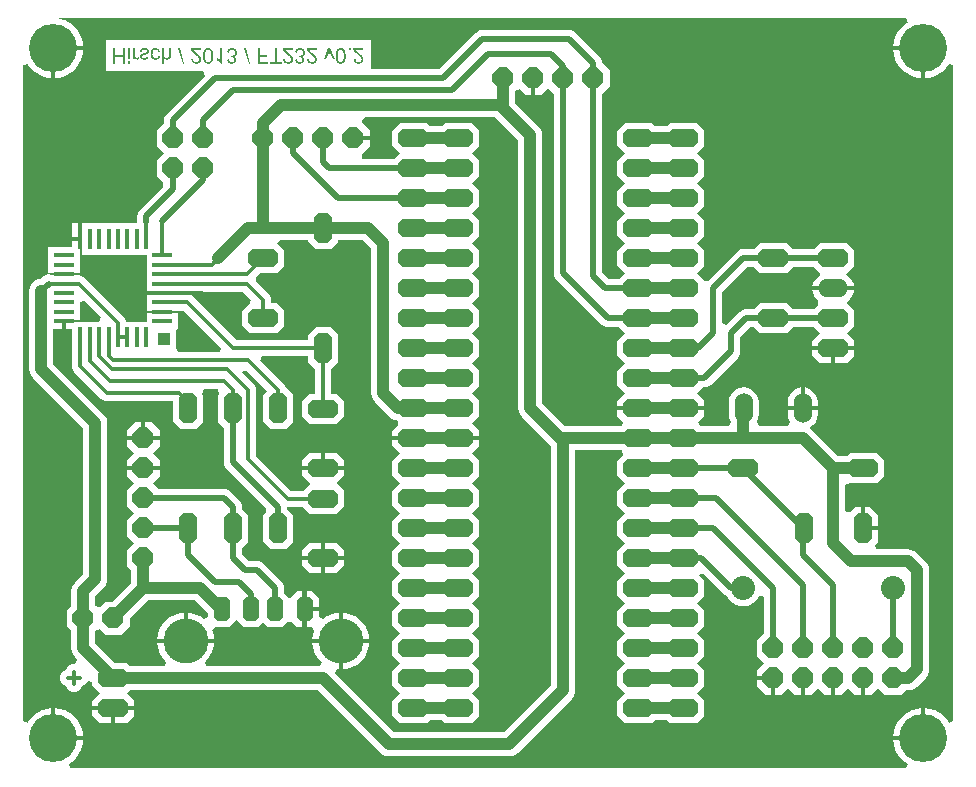
<source format=gbl>
%FSLAX25Y25*%
%MOIN*%
G70*
G01*
G75*
G04 Layer_Physical_Order=2*
G04 Layer_Color=16711680*
%ADD10R,0.01400X0.06500*%
%ADD11R,0.06500X0.01400*%
%ADD12C,0.02000*%
%ADD13C,0.01400*%
%ADD14C,0.04000*%
%ADD15R,0.04000X0.04000*%
G04:AMPARAMS|DCode=16|XSize=60mil|YSize=100mil|CornerRadius=0mil|HoleSize=0mil|Usage=FLASHONLY|Rotation=270.000|XOffset=0mil|YOffset=0mil|HoleType=Round|Shape=Octagon|*
%AMOCTAGOND16*
4,1,8,0.05000,0.01500,0.05000,-0.01500,0.03500,-0.03000,-0.03500,-0.03000,-0.05000,-0.01500,-0.05000,0.01500,-0.03500,0.03000,0.03500,0.03000,0.05000,0.01500,0.0*
%
%ADD16OCTAGOND16*%

G04:AMPARAMS|DCode=17|XSize=100mil|YSize=60mil|CornerRadius=0mil|HoleSize=0mil|Usage=FLASHONLY|Rotation=180.000|XOffset=0mil|YOffset=0mil|HoleType=Round|Shape=Octagon|*
%AMOCTAGOND17*
4,1,8,-0.05000,0.01500,-0.05000,-0.01500,-0.03500,-0.03000,0.03500,-0.03000,0.05000,-0.01500,0.05000,0.01500,0.03500,0.03000,-0.03500,0.03000,-0.05000,0.01500,0.0*
%
%ADD17OCTAGOND17*%

%ADD18P,0.07577X8X22.5*%
%ADD19C,0.14961*%
G04:AMPARAMS|DCode=20|XSize=55mil|YSize=80mil|CornerRadius=0mil|HoleSize=0mil|Usage=FLASHONLY|Rotation=0.000|XOffset=0mil|YOffset=0mil|HoleType=Round|Shape=Octagon|*
%AMOCTAGOND20*
4,1,8,-0.01375,0.04000,0.01375,0.04000,0.02750,0.02625,0.02750,-0.02625,0.01375,-0.04000,-0.01375,-0.04000,-0.02750,-0.02625,-0.02750,0.02625,-0.01375,0.04000,0.0*
%
%ADD20OCTAGOND20*%

G04:AMPARAMS|DCode=21|XSize=60mil|YSize=100mil|CornerRadius=0mil|HoleSize=0mil|Usage=FLASHONLY|Rotation=180.000|XOffset=0mil|YOffset=0mil|HoleType=Round|Shape=Octagon|*
%AMOCTAGOND21*
4,1,8,0.01500,-0.05000,-0.01500,-0.05000,-0.03000,-0.03500,-0.03000,0.03500,-0.01500,0.05000,0.01500,0.05000,0.03000,0.03500,0.03000,-0.03500,0.01500,-0.05000,0.0*
%
%ADD21OCTAGOND21*%

G04:AMPARAMS|DCode=22|XSize=100mil|YSize=60mil|CornerRadius=0mil|HoleSize=0mil|Usage=FLASHONLY|Rotation=90.000|XOffset=0mil|YOffset=0mil|HoleType=Round|Shape=Octagon|*
%AMOCTAGOND22*
4,1,8,0.01500,0.05000,-0.01500,0.05000,-0.03000,0.03500,-0.03000,-0.03500,-0.01500,-0.05000,0.01500,-0.05000,0.03000,-0.03500,0.03000,0.03500,0.01500,0.05000,0.0*
%
%ADD22OCTAGOND22*%

%ADD23P,0.07577X8X112.5*%
%ADD24O,0.06000X0.10000*%
%ADD25C,0.16000*%
%ADD26O,0.10000X0.06000*%
%ADD27C,0.08000*%
G36*
X964773Y658545D02*
X964417Y658355D01*
X962895Y657105D01*
X961645Y655583D01*
X960717Y653845D01*
X960145Y651960D01*
X960021Y650700D01*
X970001D01*
Y650001D01*
X970700D01*
Y640021D01*
X971960Y640145D01*
X973845Y640717D01*
X975583Y641645D01*
X977105Y642895D01*
X978355Y644417D01*
X978545Y644773D01*
X980000Y644408D01*
Y425592D01*
X978545Y425227D01*
X978355Y425583D01*
X977105Y427105D01*
X975583Y428355D01*
X973845Y429284D01*
X971960Y429855D01*
X970700Y429979D01*
Y419999D01*
X970001D01*
Y419300D01*
X960021D01*
X960145Y418040D01*
X960717Y416155D01*
X961645Y414417D01*
X962895Y412895D01*
X964417Y411645D01*
X964773Y411455D01*
X964408Y410000D01*
X685592D01*
X685227Y411455D01*
X685583Y411645D01*
X687105Y412895D01*
X688355Y414417D01*
X689284Y416155D01*
X689855Y418040D01*
X689979Y419300D01*
X679999D01*
Y419999D01*
X679300D01*
Y429979D01*
X678040Y429855D01*
X676155Y429284D01*
X674417Y428355D01*
X672895Y427105D01*
X671645Y425583D01*
X671455Y425227D01*
X670000Y425592D01*
Y644408D01*
X671455Y644773D01*
X671645Y644417D01*
X672895Y642895D01*
X674417Y641645D01*
X676155Y640717D01*
X678040Y640145D01*
X679300Y640021D01*
Y650001D01*
X679999D01*
Y650700D01*
X689979D01*
X689855Y651960D01*
X689284Y653845D01*
X688355Y655583D01*
X687105Y657105D01*
X685583Y658355D01*
X683845Y659283D01*
X682209Y659780D01*
Y659780D01*
X682209D01*
X681960Y659855D01*
Y659855D01*
X681967Y660000D01*
X964408D01*
X964773Y658545D01*
D02*
G37*
%LPC*%
G36*
X969300Y429979D02*
X968040Y429855D01*
X966155Y429284D01*
X964417Y428355D01*
X962895Y427105D01*
X961645Y425583D01*
X960717Y423845D01*
X960145Y421960D01*
X960021Y420700D01*
X969300D01*
Y429979D01*
D02*
G37*
G36*
X680700D02*
Y420700D01*
X689979D01*
X689855Y421960D01*
X689284Y423845D01*
X688355Y425583D01*
X687105Y427105D01*
X685583Y428355D01*
X683845Y429284D01*
X681960Y429855D01*
X680700Y429979D01*
D02*
G37*
G36*
X930542Y536951D02*
Y530700D01*
X934886D01*
Y532000D01*
X934714Y533305D01*
X934210Y534522D01*
X933409Y535566D01*
X932364Y536368D01*
X931148Y536871D01*
X930542Y536951D01*
D02*
G37*
G36*
X929142D02*
X928537Y536871D01*
X927321Y536368D01*
X926276Y535566D01*
X925475Y534522D01*
X924971Y533305D01*
X924799Y532000D01*
Y530700D01*
X929142D01*
Y536951D01*
D02*
G37*
G36*
X707000Y429300D02*
X700700D01*
Y425000D01*
X704500D01*
X707000Y427500D01*
Y429300D01*
D02*
G37*
G36*
X919300Y439300D02*
X914500D01*
Y437250D01*
X917250Y434500D01*
X919300D01*
Y439300D01*
D02*
G37*
G36*
X699300Y429300D02*
X693000D01*
Y427500D01*
X695500Y425000D01*
X699300D01*
Y429300D01*
D02*
G37*
G36*
X952343Y497000D02*
X950543D01*
Y490700D01*
X954843D01*
Y494500D01*
X952343Y497000D01*
D02*
G37*
G36*
X689979Y649300D02*
X680700D01*
Y640021D01*
X681960Y640145D01*
X683845Y640717D01*
X685583Y641645D01*
X687105Y642895D01*
X688355Y644417D01*
X689284Y646155D01*
X689855Y648040D01*
X689979Y649300D01*
D02*
G37*
G36*
X688276Y591589D02*
X686276D01*
Y587039D01*
X688276D01*
Y591589D01*
D02*
G37*
G36*
X823000Y656026D02*
X822217Y655923D01*
X821487Y655620D01*
X820860Y655140D01*
X820860Y655140D01*
X808747Y643026D01*
X785913D01*
Y652589D01*
X697500D01*
Y642290D01*
X730051D01*
X730625Y640905D01*
X717860Y628140D01*
X717380Y627513D01*
X717291Y627299D01*
X717077Y626783D01*
X716974Y626000D01*
Y625224D01*
X714500Y622750D01*
Y617250D01*
X716750Y615000D01*
X714500Y612750D01*
Y607250D01*
X716485Y605265D01*
Y603765D01*
X708884Y596163D01*
X708403Y595537D01*
X708315Y595323D01*
X708101Y594807D01*
X707998Y594024D01*
Y591976D01*
X707658Y591589D01*
X689426D01*
Y586338D01*
Y581089D01*
X711089D01*
Y578324D01*
Y575174D01*
Y572024D01*
Y568875D01*
Y568875D01*
X716162D01*
X716339Y568851D01*
X716340D01*
Y567999D01*
X716339D01*
X716162Y567976D01*
X711089D01*
Y565725D01*
Y562576D01*
Y562575D01*
X716162D01*
X716339Y562552D01*
X721589D01*
Y562552D01*
X723596D01*
X736040Y550109D01*
X735465Y548723D01*
X721475D01*
X720768Y550046D01*
X720884Y550220D01*
X721039Y551000D01*
Y555000D01*
X720884Y555780D01*
X721149Y556276D01*
X721589D01*
Y559426D01*
Y561677D01*
X711089D01*
Y559426D01*
Y558911D01*
X704234D01*
X704205Y559130D01*
X703933Y559787D01*
X703501Y560351D01*
X690426Y573426D01*
X689862Y573858D01*
X689205Y574130D01*
X688911Y574169D01*
Y574275D01*
X683838D01*
X683662Y574298D01*
X683661Y574298D01*
X679690D01*
X679208Y574498D01*
X678425Y574601D01*
X678411Y574599D01*
Y574599D01*
X677642Y574498D01*
X676912Y574195D01*
X676286Y573714D01*
X675718Y573147D01*
X674956Y573047D01*
X673983Y572644D01*
X673147Y572002D01*
X672506Y571167D01*
X672103Y570194D01*
X671966Y569150D01*
Y543000D01*
X671966Y543000D01*
X672103Y541956D01*
X672506Y540983D01*
X673147Y540147D01*
X689965Y523329D01*
Y474671D01*
X687147Y471853D01*
X686506Y471017D01*
X686103Y470044D01*
X685965Y469000D01*
X685965Y469000D01*
Y464216D01*
X684500Y462750D01*
Y457250D01*
X685965Y455785D01*
Y450000D01*
X685965Y450000D01*
X686103Y448956D01*
X686506Y447983D01*
X687147Y447147D01*
X687147Y447147D01*
X687147D01*
X687959Y445981D01*
X687179Y444700D01*
X687000Y444723D01*
X686295Y444630D01*
X685638Y444358D01*
X685074Y443926D01*
X684642Y443362D01*
X684370Y442705D01*
X684361Y442639D01*
X684295Y442630D01*
X683638Y442358D01*
X683074Y441926D01*
X682642Y441362D01*
X682370Y440705D01*
X682277Y440000D01*
X682370Y439295D01*
X682642Y438638D01*
X683074Y438074D01*
X683638Y437642D01*
X684295Y437369D01*
X684361Y437361D01*
X684370Y437295D01*
X684642Y436638D01*
X685074Y436074D01*
X685638Y435642D01*
X686295Y435369D01*
X687000Y435277D01*
X687705Y435369D01*
X688362Y435642D01*
X688926Y436074D01*
X689358Y436638D01*
X689631Y437295D01*
X689639Y437361D01*
X689705Y437369D01*
X690362Y437642D01*
X690926Y438074D01*
X691358Y438638D01*
X691529Y439050D01*
X693000Y438757D01*
Y437500D01*
X695500Y435000D01*
X693000Y432500D01*
Y430700D01*
X707000D01*
Y432500D01*
X704500Y435000D01*
X705466Y435965D01*
X768329D01*
X789147Y415147D01*
X789983Y414506D01*
X790956Y414103D01*
X792000Y413966D01*
X792000Y413966D01*
X832000D01*
X832000Y413966D01*
X833044Y414103D01*
X834017Y414506D01*
X834853Y415147D01*
X852853Y433147D01*
X852853Y433147D01*
X853216Y433620D01*
X853494Y433983D01*
X853897Y434956D01*
X854035Y436000D01*
Y515966D01*
X869506D01*
X870080Y514580D01*
X868000Y512500D01*
Y507500D01*
X870500Y505000D01*
X868000Y502500D01*
Y497500D01*
X870500Y495000D01*
X868000Y492500D01*
Y487500D01*
X870500Y485000D01*
X868000Y482500D01*
Y477500D01*
X870500Y475000D01*
X868000Y472500D01*
Y467500D01*
X870500Y465000D01*
X868000Y462500D01*
Y457500D01*
X870500Y455000D01*
X868000Y452500D01*
Y447500D01*
X870500Y445000D01*
X868000Y442500D01*
Y437500D01*
X870500Y435000D01*
X868000Y432500D01*
Y427500D01*
X870500Y425000D01*
X879500D01*
X880466Y425965D01*
X884534D01*
X885500Y425000D01*
X894500D01*
X897000Y427500D01*
Y432500D01*
X894500Y435000D01*
X897000Y437500D01*
Y442500D01*
X894500Y445000D01*
X897000Y447500D01*
Y452500D01*
X894500Y455000D01*
X897000Y457500D01*
Y462500D01*
X894500Y465000D01*
X897000Y467500D01*
Y472500D01*
X895250Y474250D01*
Y474511D01*
X896636Y475085D01*
X903860Y467860D01*
X903860Y467860D01*
X904132Y467652D01*
X904487Y467380D01*
X904629Y467321D01*
X904987Y466650D01*
X905737Y465737D01*
X906650Y464987D01*
X907693Y464430D01*
X908824Y464087D01*
X910000Y463971D01*
X911176Y464087D01*
X912307Y464430D01*
X913350Y464987D01*
X914263Y465737D01*
X915013Y466650D01*
X915519Y467597D01*
X916974Y467233D01*
Y455224D01*
X914500Y452750D01*
Y447250D01*
X916750Y445000D01*
X914500Y442750D01*
Y440700D01*
X920001D01*
Y440001D01*
X920700D01*
Y434500D01*
X922750D01*
X925000Y436750D01*
X927250Y434500D01*
X929300D01*
Y440001D01*
X930700D01*
Y434500D01*
X932750D01*
X935000Y436750D01*
X937250Y434500D01*
X939300D01*
Y440001D01*
X940700D01*
Y434500D01*
X942750D01*
X945000Y436750D01*
X947250Y434500D01*
X949300D01*
Y440001D01*
X950700D01*
Y434500D01*
X952750D01*
X955000Y436750D01*
X957250Y434500D01*
X962750D01*
X964215Y435965D01*
X965000D01*
X965000Y435965D01*
X966044Y436103D01*
X967017Y436506D01*
X967853Y437147D01*
X970853Y440147D01*
X971494Y440983D01*
X971897Y441956D01*
X972034Y443000D01*
Y476000D01*
X971897Y477044D01*
X971494Y478017D01*
X970853Y478853D01*
X967853Y481853D01*
X967017Y482494D01*
X966044Y482897D01*
X965000Y483035D01*
X965000Y483035D01*
X954337D01*
X953763Y484420D01*
X954843Y485500D01*
Y489300D01*
X949842D01*
Y489999D01*
X949143D01*
Y497000D01*
X947343D01*
X945420Y495078D01*
X944034Y495652D01*
Y504506D01*
X945420Y505080D01*
X945500Y505000D01*
X954500D01*
X957000Y507500D01*
Y512500D01*
X954500Y515000D01*
X945500D01*
X944534Y514035D01*
X941671D01*
X932853Y522853D01*
X932316Y523265D01*
X932364Y523632D01*
X933409Y524434D01*
X934210Y525478D01*
X934714Y526695D01*
X934886Y528000D01*
Y529300D01*
X924799D01*
Y528000D01*
X924971Y526695D01*
X925475Y525478D01*
X925551Y525380D01*
X924887Y524035D01*
X915113D01*
X914449Y525380D01*
X914525Y525478D01*
X915029Y526695D01*
X915201Y528000D01*
Y532000D01*
X915029Y533305D01*
X914525Y534522D01*
X913723Y535566D01*
X912679Y536368D01*
X911463Y536871D01*
X910157Y537043D01*
X908852Y536871D01*
X907636Y536368D01*
X906591Y535566D01*
X905790Y534522D01*
X905286Y533305D01*
X905114Y532000D01*
Y528000D01*
X905286Y526695D01*
X905790Y525478D01*
X905866Y525380D01*
X905202Y524035D01*
X895494D01*
X894920Y525420D01*
X897000Y527500D01*
Y529300D01*
X889999D01*
Y530700D01*
X897000D01*
Y532500D01*
X894500Y535000D01*
X896474Y536974D01*
X897000D01*
X897783Y537077D01*
X898299Y537291D01*
X898513Y537380D01*
X899140Y537860D01*
X908140Y546860D01*
X908620Y547487D01*
X908709Y547701D01*
X908923Y548217D01*
X909026Y549000D01*
Y553747D01*
X912253Y556974D01*
X913526D01*
X915500Y555000D01*
X924500D01*
X926474Y556974D01*
X933526D01*
X935500Y555000D01*
X933000Y552500D01*
Y550700D01*
X947000D01*
Y552500D01*
X944500Y555000D01*
X947000Y557500D01*
Y562500D01*
X944500Y565000D01*
X945566Y566434D01*
X945566Y566434D01*
D01*
D01*
X945566Y566434D01*
X946367Y567478D01*
X946871Y568695D01*
X946951Y569300D01*
X933049D01*
X933129Y568695D01*
X933632Y567478D01*
X934434Y566434D01*
X934946Y566041D01*
X935044Y564544D01*
X933526Y563026D01*
X926474D01*
X924500Y565000D01*
X915500D01*
X913526Y563026D01*
X911000D01*
X911000Y563026D01*
X910308Y562935D01*
X910217Y562923D01*
X909852Y562772D01*
X909487Y562620D01*
X908860Y562140D01*
X904412Y557691D01*
X903026Y558265D01*
Y568747D01*
X911253Y576974D01*
X913526D01*
X915500Y575000D01*
X924500D01*
X926474Y576974D01*
X933526D01*
X935500Y575000D01*
Y575000D01*
D01*
Y575000D01*
D01*
Y574376D01*
X935478Y574368D01*
X934434Y573566D01*
X933632Y572522D01*
X933129Y571305D01*
X933049Y570700D01*
X946951D01*
X946871Y571305D01*
X946367Y572522D01*
X945566Y573566D01*
X944522Y574368D01*
X944279Y574468D01*
X944500Y575000D01*
X944500Y575000D01*
X944500D01*
X944500Y575000D01*
X947000Y577500D01*
Y582500D01*
X944500Y585000D01*
X935500D01*
X933526Y583026D01*
X926474D01*
X924500Y585000D01*
X915500D01*
X913526Y583026D01*
X910000D01*
X910000Y583026D01*
X909217Y582923D01*
X908487Y582620D01*
X908132Y582348D01*
X907860Y582140D01*
X907860Y582140D01*
X898221Y572500D01*
X897000Y572500D01*
Y572500D01*
X897000Y572500D01*
X894500Y575000D01*
X897000Y577500D01*
Y582500D01*
X894500Y585000D01*
X897000Y587500D01*
Y592500D01*
X894500Y595000D01*
X897000Y597500D01*
Y602500D01*
X894500Y605000D01*
X897000Y607500D01*
Y612500D01*
X894500Y615000D01*
X897000Y617500D01*
Y622500D01*
X894500Y625000D01*
X885500D01*
X884534Y624035D01*
X880466D01*
X879500Y625000D01*
X870500D01*
X868000Y622500D01*
Y617500D01*
X870500Y615000D01*
X868000Y612500D01*
Y607500D01*
X870500Y605000D01*
X868000Y602500D01*
Y597500D01*
X870500Y595000D01*
X868000Y592500D01*
Y587500D01*
X870500Y585000D01*
X868000Y582500D01*
Y577500D01*
X870500Y575000D01*
X868526Y573026D01*
X865253D01*
X863026Y575253D01*
Y634776D01*
X865500Y637250D01*
Y642750D01*
X862992Y645258D01*
X862923Y645783D01*
X862621Y646513D01*
X862140Y647140D01*
X854140Y655140D01*
X853513Y655620D01*
X853299Y655709D01*
X852783Y655923D01*
X852000Y656026D01*
X823000D01*
X823000Y656026D01*
D02*
G37*
G36*
X969300Y649300D02*
X960021D01*
X960145Y648040D01*
X960717Y646155D01*
X961645Y644417D01*
X962895Y642895D01*
X964417Y641645D01*
X966155Y640717D01*
X968040Y640145D01*
X969300Y640021D01*
Y649300D01*
D02*
G37*
G36*
X688276Y585639D02*
X686276D01*
Y583724D01*
X678411D01*
Y578324D01*
Y575174D01*
Y575174D01*
X688911D01*
Y575174D01*
Y578324D01*
Y581089D01*
X688912D01*
Y583724D01*
X688276D01*
Y585639D01*
D02*
G37*
G36*
X947000Y549300D02*
X940700D01*
Y545000D01*
X944500D01*
X947000Y547500D01*
Y549300D01*
D02*
G37*
G36*
X939300D02*
X933000D01*
Y547500D01*
X935500Y545000D01*
X939300D01*
Y549300D01*
D02*
G37*
%LPD*%
G36*
X710530Y650074D02*
X710671Y650059D01*
X710804Y650037D01*
X710922Y650007D01*
X711019Y649978D01*
X711093Y649956D01*
X711137Y649941D01*
X711144Y649933D01*
X711152D01*
X711278Y649867D01*
X711381Y649800D01*
X711470Y649726D01*
X711551Y649660D01*
X711611Y649600D01*
X711648Y649549D01*
X711677Y649519D01*
X711685Y649504D01*
X711744Y649401D01*
X711788Y649290D01*
X711825Y649193D01*
X711847Y649105D01*
X711862Y649023D01*
X711870Y648964D01*
Y648927D01*
Y648912D01*
X711862Y648794D01*
X711847Y648690D01*
X711818Y648601D01*
X711796Y648520D01*
X711766Y648453D01*
X711736Y648409D01*
X711722Y648379D01*
X711714Y648372D01*
X711655Y648298D01*
X711588Y648231D01*
X711522Y648172D01*
X711455Y648128D01*
X711389Y648091D01*
X711344Y648069D01*
X711315Y648054D01*
X711300Y648046D01*
X711248Y648024D01*
X711189Y648002D01*
X711048Y647950D01*
X710893Y647898D01*
X710737Y647854D01*
X710597Y647810D01*
X710530Y647795D01*
X710478Y647780D01*
X710434Y647765D01*
X710397Y647758D01*
X710375Y647750D01*
X710367D01*
X710286Y647728D01*
X710212Y647706D01*
X710145Y647691D01*
X710086Y647669D01*
X709990Y647647D01*
X709916Y647625D01*
X709864Y647602D01*
X709835Y647595D01*
X709820Y647588D01*
X709812D01*
X709753Y647558D01*
X709701Y647536D01*
X709657Y647506D01*
X709627Y647484D01*
X709598Y647462D01*
X709583Y647440D01*
X709576Y647432D01*
X709568Y647425D01*
X709524Y647351D01*
X709502Y647277D01*
Y647247D01*
X709494Y647225D01*
Y647210D01*
Y647203D01*
X709502Y647136D01*
X709524Y647070D01*
X709553Y647010D01*
X709590Y646966D01*
X709620Y646922D01*
X709650Y646892D01*
X709672Y646877D01*
X709679Y646870D01*
X709761Y646818D01*
X709857Y646781D01*
X709960Y646759D01*
X710057Y646737D01*
X710153Y646729D01*
X710227Y646722D01*
X710301D01*
X710427Y646729D01*
X710545Y646744D01*
X710641Y646774D01*
X710715Y646803D01*
X710782Y646833D01*
X710826Y646862D01*
X710856Y646877D01*
X710863Y646885D01*
X710937Y646951D01*
X710989Y647025D01*
X711033Y647099D01*
X711070Y647166D01*
X711093Y647232D01*
X711107Y647284D01*
X711115Y647314D01*
Y647329D01*
X711729Y647247D01*
X711699Y647121D01*
X711670Y647010D01*
X711633Y646914D01*
X711596Y646825D01*
X711559Y646766D01*
X711529Y646714D01*
X711514Y646685D01*
X711507Y646677D01*
X711440Y646603D01*
X711366Y646537D01*
X711285Y646478D01*
X711204Y646426D01*
X711130Y646389D01*
X711070Y646359D01*
X711033Y646344D01*
X711026Y646337D01*
X711019D01*
X710893Y646293D01*
X710760Y646263D01*
X710634Y646233D01*
X710515Y646219D01*
X710404Y646211D01*
X710323Y646204D01*
X710145D01*
X710042Y646219D01*
X709953Y646226D01*
X709872Y646241D01*
X709805Y646256D01*
X709753Y646270D01*
X709724Y646278D01*
X709709Y646285D01*
X709620Y646315D01*
X709539Y646344D01*
X709472Y646374D01*
X709413Y646404D01*
X709368Y646426D01*
X709339Y646448D01*
X709317Y646455D01*
X709309Y646463D01*
X709235Y646515D01*
X709176Y646574D01*
X709124Y646640D01*
X709080Y646692D01*
X709043Y646744D01*
X709021Y646781D01*
X709006Y646811D01*
X708998Y646818D01*
X708961Y646899D01*
X708932Y646973D01*
X708917Y647055D01*
X708902Y647121D01*
X708895Y647188D01*
X708887Y647232D01*
Y647262D01*
Y647277D01*
X708895Y647380D01*
X708910Y647469D01*
X708932Y647558D01*
X708954Y647632D01*
X708976Y647691D01*
X708998Y647743D01*
X709013Y647773D01*
X709021Y647780D01*
X709080Y647861D01*
X709146Y647928D01*
X709213Y647987D01*
X709280Y648039D01*
X709339Y648076D01*
X709383Y648106D01*
X709413Y648120D01*
X709428Y648128D01*
X709479Y648150D01*
X709546Y648180D01*
X709694Y648231D01*
X709849Y648276D01*
X710012Y648328D01*
X710153Y648365D01*
X710219Y648387D01*
X710279Y648402D01*
X710323Y648416D01*
X710360Y648424D01*
X710382Y648431D01*
X710390D01*
X710486Y648453D01*
X710567Y648476D01*
X710641Y648498D01*
X710708Y648520D01*
X710767Y648535D01*
X710819Y648557D01*
X710908Y648587D01*
X710967Y648609D01*
X711004Y648631D01*
X711026Y648638D01*
X711033Y648646D01*
X711100Y648690D01*
X711144Y648749D01*
X711181Y648801D01*
X711204Y648853D01*
X711218Y648905D01*
X711226Y648942D01*
Y648971D01*
Y648979D01*
X711218Y649068D01*
X711196Y649142D01*
X711159Y649216D01*
X711122Y649275D01*
X711078Y649327D01*
X711048Y649364D01*
X711019Y649386D01*
X711011Y649393D01*
X710922Y649452D01*
X710826Y649489D01*
X710715Y649519D01*
X710612Y649541D01*
X710515Y649556D01*
X710441Y649563D01*
X710367D01*
X710212Y649556D01*
X710079Y649534D01*
X709968Y649504D01*
X709872Y649467D01*
X709798Y649430D01*
X709738Y649401D01*
X709709Y649378D01*
X709694Y649371D01*
X709613Y649290D01*
X709546Y649193D01*
X709502Y649097D01*
X709465Y649008D01*
X709435Y648927D01*
X709420Y648853D01*
X709405Y648809D01*
Y648801D01*
Y648794D01*
X708784Y648890D01*
X708836Y649097D01*
X708902Y649282D01*
X708984Y649430D01*
X709065Y649556D01*
X709139Y649660D01*
X709206Y649726D01*
X709250Y649771D01*
X709257Y649778D01*
X709265Y649785D01*
X709339Y649837D01*
X709420Y649882D01*
X709598Y649956D01*
X709783Y650007D01*
X709960Y650044D01*
X710042Y650059D01*
X710116Y650067D01*
X710190Y650074D01*
X710249D01*
X710301Y650081D01*
X710367D01*
X710530Y650074D01*
D02*
G37*
G36*
X705691Y646285D02*
X705062D01*
Y650000D01*
X705691D01*
Y646285D01*
D02*
G37*
G36*
X707274Y648061D02*
X707282Y647913D01*
X707289Y647780D01*
X707304Y647654D01*
X707326Y647543D01*
X707348Y647454D01*
X707363Y647388D01*
X707370Y647343D01*
X707378Y647329D01*
X707407Y647247D01*
X707444Y647181D01*
X707481Y647121D01*
X707518Y647070D01*
X707555Y647033D01*
X707578Y647003D01*
X707600Y646988D01*
X707607Y646981D01*
X707666Y646936D01*
X707733Y646907D01*
X707800Y646885D01*
X707851Y646870D01*
X707903Y646862D01*
X707940Y646855D01*
X707977D01*
X708059Y646862D01*
X708140Y646877D01*
X708221Y646899D01*
X708288Y646922D01*
X708347Y646944D01*
X708392Y646966D01*
X708421Y646981D01*
X708429Y646988D01*
X708658Y646411D01*
X708532Y646344D01*
X708414Y646293D01*
X708310Y646256D01*
X708214Y646226D01*
X708133Y646211D01*
X708066Y646204D01*
X708014D01*
X707933Y646211D01*
X707859Y646226D01*
X707785Y646248D01*
X707726Y646270D01*
X707681Y646293D01*
X707637Y646315D01*
X707615Y646330D01*
X707607Y646337D01*
X707541Y646396D01*
X707474Y646470D01*
X707407Y646559D01*
X707348Y646640D01*
X707289Y646722D01*
X707252Y646788D01*
X707222Y646840D01*
X707215Y646848D01*
Y646285D01*
X706645D01*
Y650000D01*
X707274D01*
Y648061D01*
D02*
G37*
G36*
X739686Y650081D02*
X739812Y650067D01*
X739938Y650044D01*
X740056Y650015D01*
X740167Y649978D01*
X740263Y649941D01*
X740360Y649896D01*
X740441Y649852D01*
X740522Y649815D01*
X740589Y649771D01*
X740648Y649734D01*
X740693Y649697D01*
X740730Y649667D01*
X740759Y649645D01*
X740774Y649630D01*
X740781Y649623D01*
X740870Y649534D01*
X740944Y649438D01*
X741011Y649341D01*
X741070Y649245D01*
X741114Y649156D01*
X741159Y649060D01*
X741218Y648883D01*
X741233Y648801D01*
X741248Y648727D01*
X741262Y648661D01*
X741270Y648601D01*
X741277Y648557D01*
Y648520D01*
Y648498D01*
Y648490D01*
X741270Y648313D01*
X741240Y648150D01*
X741196Y648009D01*
X741151Y647891D01*
X741107Y647795D01*
X741063Y647721D01*
X741033Y647676D01*
X741026Y647662D01*
X740922Y647551D01*
X740811Y647454D01*
X740693Y647380D01*
X740574Y647321D01*
X740471Y647277D01*
X740389Y647247D01*
X740360Y647240D01*
X740337Y647232D01*
X740323Y647225D01*
X740315D01*
X740441Y647158D01*
X740545Y647092D01*
X740633Y647018D01*
X740707Y646951D01*
X740767Y646892D01*
X740811Y646840D01*
X740833Y646811D01*
X740841Y646796D01*
X740900Y646692D01*
X740944Y646589D01*
X740981Y646485D01*
X741003Y646389D01*
X741018Y646307D01*
X741026Y646248D01*
Y646204D01*
Y646189D01*
X741018Y646063D01*
X740996Y645937D01*
X740966Y645826D01*
X740929Y645730D01*
X740892Y645649D01*
X740863Y645582D01*
X740841Y645545D01*
X740833Y645530D01*
X740759Y645419D01*
X740670Y645323D01*
X740582Y645242D01*
X740493Y645168D01*
X740419Y645116D01*
X740352Y645072D01*
X740308Y645049D01*
X740300Y645042D01*
X740293D01*
X740160Y644983D01*
X740027Y644938D01*
X739893Y644901D01*
X739775Y644879D01*
X739679Y644864D01*
X739597Y644857D01*
X739412D01*
X739309Y644872D01*
X739109Y644909D01*
X738939Y644968D01*
X738791Y645027D01*
X738724Y645064D01*
X738672Y645094D01*
X738621Y645123D01*
X738584Y645153D01*
X738554Y645175D01*
X738532Y645190D01*
X738517Y645197D01*
X738510Y645205D01*
X738369Y645345D01*
X738258Y645501D01*
X738169Y645664D01*
X738095Y645826D01*
X738051Y645967D01*
X738029Y646026D01*
X738014Y646078D01*
X738006Y646122D01*
X737999Y646152D01*
X737992Y646174D01*
Y646182D01*
X738621Y646293D01*
X738650Y646130D01*
X738695Y645989D01*
X738746Y645871D01*
X738798Y645775D01*
X738850Y645701D01*
X738894Y645649D01*
X738924Y645612D01*
X738931Y645604D01*
X739028Y645530D01*
X739131Y645471D01*
X739227Y645434D01*
X739324Y645405D01*
X739412Y645390D01*
X739479Y645375D01*
X739538D01*
X739671Y645382D01*
X739790Y645412D01*
X739893Y645449D01*
X739982Y645486D01*
X740049Y645530D01*
X740101Y645567D01*
X740138Y645597D01*
X740145Y645604D01*
X740226Y645693D01*
X740286Y645789D01*
X740323Y645886D01*
X740352Y645974D01*
X740367Y646056D01*
X740382Y646115D01*
Y646159D01*
Y646167D01*
Y646174D01*
Y646256D01*
X740367Y646330D01*
X740330Y646455D01*
X740278Y646566D01*
X740219Y646663D01*
X740160Y646729D01*
X740108Y646781D01*
X740071Y646811D01*
X740064Y646818D01*
X740056D01*
X739930Y646885D01*
X739812Y646936D01*
X739686Y646973D01*
X739575Y646996D01*
X739479Y647010D01*
X739398Y647025D01*
X739301D01*
X739272Y647018D01*
X739235D01*
X739161Y647573D01*
X739257Y647551D01*
X739346Y647536D01*
X739420Y647521D01*
X739486Y647514D01*
X739538Y647506D01*
X739605D01*
X739760Y647521D01*
X739901Y647551D01*
X740027Y647595D01*
X740130Y647647D01*
X740212Y647699D01*
X740271Y647743D01*
X740308Y647773D01*
X740323Y647787D01*
X740419Y647898D01*
X740493Y648017D01*
X740545Y648135D01*
X740574Y648254D01*
X740596Y648350D01*
X740604Y648431D01*
X740611Y648461D01*
Y648483D01*
Y648498D01*
Y648505D01*
X740596Y648668D01*
X740559Y648816D01*
X740515Y648942D01*
X740456Y649053D01*
X740397Y649142D01*
X740352Y649208D01*
X740315Y649253D01*
X740300Y649267D01*
X740182Y649371D01*
X740056Y649445D01*
X739930Y649497D01*
X739812Y649534D01*
X739708Y649556D01*
X739627Y649563D01*
X739597Y649571D01*
X739553D01*
X739420Y649563D01*
X739294Y649534D01*
X739183Y649497D01*
X739094Y649452D01*
X739020Y649415D01*
X738961Y649378D01*
X738931Y649349D01*
X738917Y649341D01*
X738828Y649238D01*
X738754Y649119D01*
X738687Y648994D01*
X738635Y648860D01*
X738598Y648749D01*
X738584Y648698D01*
X738576Y648653D01*
X738569Y648616D01*
X738561Y648587D01*
X738554Y648572D01*
Y648564D01*
X737925Y648646D01*
X737940Y648764D01*
X737962Y648875D01*
X738029Y649082D01*
X738110Y649260D01*
X738154Y649334D01*
X738199Y649408D01*
X738243Y649475D01*
X738288Y649526D01*
X738325Y649578D01*
X738362Y649615D01*
X738384Y649645D01*
X738406Y649667D01*
X738421Y649682D01*
X738428Y649689D01*
X738517Y649756D01*
X738606Y649822D01*
X738695Y649874D01*
X738791Y649919D01*
X738976Y649993D01*
X739153Y650037D01*
X739235Y650052D01*
X739309Y650067D01*
X739375Y650074D01*
X739435Y650081D01*
X739479Y650089D01*
X739546D01*
X739686Y650081D01*
D02*
G37*
G36*
X762367D02*
X762493Y650067D01*
X762619Y650044D01*
X762737Y650015D01*
X762848Y649978D01*
X762944Y649941D01*
X763041Y649896D01*
X763122Y649852D01*
X763203Y649815D01*
X763270Y649771D01*
X763329Y649734D01*
X763374Y649697D01*
X763411Y649667D01*
X763440Y649645D01*
X763455Y649630D01*
X763462Y649623D01*
X763551Y649534D01*
X763625Y649438D01*
X763692Y649341D01*
X763751Y649245D01*
X763795Y649156D01*
X763840Y649060D01*
X763899Y648883D01*
X763914Y648801D01*
X763929Y648727D01*
X763943Y648661D01*
X763951Y648601D01*
X763958Y648557D01*
Y648520D01*
Y648498D01*
Y648490D01*
X763951Y648313D01*
X763921Y648150D01*
X763877Y648009D01*
X763832Y647891D01*
X763788Y647795D01*
X763744Y647721D01*
X763714Y647676D01*
X763707Y647662D01*
X763603Y647551D01*
X763492Y647454D01*
X763374Y647380D01*
X763255Y647321D01*
X763152Y647277D01*
X763070Y647247D01*
X763041Y647240D01*
X763018Y647232D01*
X763004Y647225D01*
X762996D01*
X763122Y647158D01*
X763226Y647092D01*
X763314Y647018D01*
X763388Y646951D01*
X763448Y646892D01*
X763492Y646840D01*
X763514Y646811D01*
X763522Y646796D01*
X763581Y646692D01*
X763625Y646589D01*
X763662Y646485D01*
X763684Y646389D01*
X763699Y646307D01*
X763707Y646248D01*
Y646204D01*
Y646189D01*
X763699Y646063D01*
X763677Y645937D01*
X763647Y645826D01*
X763610Y645730D01*
X763573Y645649D01*
X763544Y645582D01*
X763522Y645545D01*
X763514Y645530D01*
X763440Y645419D01*
X763351Y645323D01*
X763263Y645242D01*
X763174Y645168D01*
X763100Y645116D01*
X763033Y645072D01*
X762989Y645049D01*
X762981Y645042D01*
X762974D01*
X762841Y644983D01*
X762708Y644938D01*
X762574Y644901D01*
X762456Y644879D01*
X762360Y644864D01*
X762278Y644857D01*
X762093D01*
X761990Y644872D01*
X761790Y644909D01*
X761620Y644968D01*
X761472Y645027D01*
X761405Y645064D01*
X761353Y645094D01*
X761302Y645123D01*
X761265Y645153D01*
X761235Y645175D01*
X761213Y645190D01*
X761198Y645197D01*
X761191Y645205D01*
X761050Y645345D01*
X760939Y645501D01*
X760850Y645664D01*
X760776Y645826D01*
X760732Y645967D01*
X760710Y646026D01*
X760695Y646078D01*
X760687Y646122D01*
X760680Y646152D01*
X760673Y646174D01*
Y646182D01*
X761302Y646293D01*
X761331Y646130D01*
X761376Y645989D01*
X761427Y645871D01*
X761479Y645775D01*
X761531Y645701D01*
X761575Y645649D01*
X761605Y645612D01*
X761612Y645604D01*
X761709Y645530D01*
X761812Y645471D01*
X761908Y645434D01*
X762005Y645405D01*
X762093Y645390D01*
X762160Y645375D01*
X762219D01*
X762352Y645382D01*
X762471Y645412D01*
X762574Y645449D01*
X762663Y645486D01*
X762730Y645530D01*
X762782Y645567D01*
X762819Y645597D01*
X762826Y645604D01*
X762907Y645693D01*
X762967Y645789D01*
X763004Y645886D01*
X763033Y645974D01*
X763048Y646056D01*
X763063Y646115D01*
Y646159D01*
Y646167D01*
Y646174D01*
Y646256D01*
X763048Y646330D01*
X763011Y646455D01*
X762959Y646566D01*
X762900Y646663D01*
X762841Y646729D01*
X762789Y646781D01*
X762752Y646811D01*
X762745Y646818D01*
X762737D01*
X762611Y646885D01*
X762493Y646936D01*
X762367Y646973D01*
X762256Y646996D01*
X762160Y647010D01*
X762079Y647025D01*
X761982D01*
X761953Y647018D01*
X761916D01*
X761842Y647573D01*
X761938Y647551D01*
X762027Y647536D01*
X762101Y647521D01*
X762167Y647514D01*
X762219Y647506D01*
X762286D01*
X762441Y647521D01*
X762582Y647551D01*
X762708Y647595D01*
X762811Y647647D01*
X762893Y647699D01*
X762952Y647743D01*
X762989Y647773D01*
X763004Y647787D01*
X763100Y647898D01*
X763174Y648017D01*
X763226Y648135D01*
X763255Y648254D01*
X763277Y648350D01*
X763285Y648431D01*
X763292Y648461D01*
Y648483D01*
Y648498D01*
Y648505D01*
X763277Y648668D01*
X763240Y648816D01*
X763196Y648942D01*
X763137Y649053D01*
X763078Y649142D01*
X763033Y649208D01*
X762996Y649253D01*
X762981Y649267D01*
X762863Y649371D01*
X762737Y649445D01*
X762611Y649497D01*
X762493Y649534D01*
X762389Y649556D01*
X762308Y649563D01*
X762278Y649571D01*
X762234D01*
X762101Y649563D01*
X761975Y649534D01*
X761864Y649497D01*
X761775Y649452D01*
X761701Y649415D01*
X761642Y649378D01*
X761612Y649349D01*
X761598Y649341D01*
X761509Y649238D01*
X761435Y649119D01*
X761368Y648994D01*
X761316Y648860D01*
X761279Y648749D01*
X761265Y648698D01*
X761257Y648653D01*
X761250Y648616D01*
X761242Y648587D01*
X761235Y648572D01*
Y648564D01*
X760606Y648646D01*
X760621Y648764D01*
X760643Y648875D01*
X760710Y649082D01*
X760791Y649260D01*
X760835Y649334D01*
X760880Y649408D01*
X760924Y649475D01*
X760969Y649526D01*
X761006Y649578D01*
X761043Y649615D01*
X761065Y649645D01*
X761087Y649667D01*
X761102Y649682D01*
X761109Y649689D01*
X761198Y649756D01*
X761287Y649822D01*
X761376Y649874D01*
X761472Y649919D01*
X761657Y649993D01*
X761834Y650037D01*
X761916Y650052D01*
X761990Y650067D01*
X762056Y650074D01*
X762116Y650081D01*
X762160Y650089D01*
X762227D01*
X762367Y650081D01*
D02*
G37*
G36*
X773748Y646285D02*
X773097D01*
X772276Y648557D01*
X772224Y648705D01*
X772172Y648838D01*
X772135Y648964D01*
X772098Y649060D01*
X772076Y649149D01*
X772054Y649208D01*
X772046Y649245D01*
X772039Y649260D01*
X771995Y649119D01*
X771958Y648979D01*
X771913Y648853D01*
X771876Y648742D01*
X771847Y648646D01*
X771824Y648572D01*
X771817Y648550D01*
X771810Y648527D01*
X771802Y648520D01*
Y648513D01*
X771003Y646285D01*
X770337D01*
X771736Y650000D01*
X772335D01*
X773748Y646285D01*
D02*
G37*
G36*
X719210Y647654D02*
X719203Y647462D01*
X719188Y647292D01*
X719166Y647151D01*
X719144Y647033D01*
X719122Y646936D01*
X719099Y646870D01*
X719085Y646833D01*
X719077Y646818D01*
X719018Y646714D01*
X718951Y646626D01*
X718877Y646552D01*
X718811Y646485D01*
X718744Y646433D01*
X718692Y646396D01*
X718655Y646374D01*
X718641Y646367D01*
X718522Y646315D01*
X718404Y646270D01*
X718285Y646241D01*
X718174Y646226D01*
X718078Y646211D01*
X717997Y646204D01*
X717930D01*
X717812Y646211D01*
X717693Y646226D01*
X717582Y646248D01*
X717479Y646285D01*
X717286Y646367D01*
X717205Y646411D01*
X717131Y646455D01*
X717064Y646507D01*
X716998Y646552D01*
X716946Y646596D01*
X716909Y646633D01*
X716872Y646670D01*
X716850Y646692D01*
X716835Y646707D01*
X716828Y646714D01*
Y644879D01*
X716199D01*
Y650000D01*
X716828D01*
Y647972D01*
X716835Y647817D01*
X716842Y647684D01*
X716857Y647565D01*
X716879Y647469D01*
X716902Y647395D01*
X716916Y647336D01*
X716924Y647306D01*
X716931Y647292D01*
X716976Y647203D01*
X717027Y647121D01*
X717087Y647055D01*
X717146Y646996D01*
X717198Y646951D01*
X717242Y646922D01*
X717272Y646899D01*
X717279Y646892D01*
X717375Y646840D01*
X717464Y646803D01*
X717553Y646781D01*
X717627Y646759D01*
X717701Y646751D01*
X717753Y646744D01*
X717797D01*
X717930Y646751D01*
X718049Y646781D01*
X718145Y646811D01*
X718226Y646855D01*
X718293Y646892D01*
X718337Y646929D01*
X718367Y646959D01*
X718374Y646966D01*
X718441Y647055D01*
X718493Y647166D01*
X718530Y647277D01*
X718559Y647388D01*
X718574Y647491D01*
X718581Y647573D01*
Y647602D01*
Y647625D01*
Y647639D01*
Y647647D01*
Y650000D01*
X719210D01*
Y647654D01*
D02*
G37*
G36*
X776005Y650074D02*
X776190Y650044D01*
X776346Y649993D01*
X776479Y649941D01*
X776590Y649889D01*
X776627Y649859D01*
X776664Y649837D01*
X776694Y649822D01*
X776716Y649808D01*
X776723Y649793D01*
X776731D01*
X776864Y649667D01*
X776975Y649534D01*
X777071Y649386D01*
X777145Y649253D01*
X777204Y649127D01*
X777234Y649075D01*
X777249Y649023D01*
X777263Y648986D01*
X777278Y648957D01*
X777286Y648942D01*
Y648934D01*
X777323Y648823D01*
X777352Y648712D01*
X777397Y648476D01*
X777434Y648231D01*
X777456Y647995D01*
X777463Y647891D01*
X777471Y647795D01*
Y647706D01*
X777478Y647625D01*
Y647565D01*
Y647514D01*
Y647484D01*
Y647477D01*
Y647336D01*
X777471Y647203D01*
Y647084D01*
X777463Y646966D01*
X777448Y646862D01*
X777441Y646759D01*
X777434Y646670D01*
X777419Y646589D01*
X777411Y646515D01*
X777397Y646448D01*
X777389Y646396D01*
X777382Y646352D01*
X777374Y646315D01*
X777367Y646293D01*
X777360Y646278D01*
Y646270D01*
X777315Y646108D01*
X777263Y645960D01*
X777204Y645834D01*
X777160Y645723D01*
X777108Y645627D01*
X777078Y645560D01*
X777049Y645523D01*
X777041Y645508D01*
X776960Y645397D01*
X776879Y645301D01*
X776790Y645220D01*
X776708Y645146D01*
X776634Y645094D01*
X776575Y645057D01*
X776538Y645035D01*
X776531Y645027D01*
X776523D01*
X776405Y644968D01*
X776279Y644931D01*
X776161Y644901D01*
X776050Y644879D01*
X775954Y644864D01*
X775872Y644857D01*
X775806D01*
X775606Y644872D01*
X775421Y644901D01*
X775265Y644953D01*
X775132Y645005D01*
X775021Y645064D01*
X774977Y645086D01*
X774940Y645116D01*
X774910Y645131D01*
X774888Y645146D01*
X774881Y645160D01*
X774873D01*
X774740Y645279D01*
X774629Y645419D01*
X774533Y645560D01*
X774459Y645693D01*
X774400Y645819D01*
X774370Y645871D01*
X774355Y645923D01*
X774340Y645960D01*
X774326Y645989D01*
X774318Y646004D01*
Y646011D01*
X774289Y646122D01*
X774259Y646233D01*
X774215Y646478D01*
X774178Y646722D01*
X774155Y646951D01*
X774148Y647062D01*
X774141Y647158D01*
Y647247D01*
X774133Y647329D01*
Y647388D01*
Y647440D01*
Y647469D01*
Y647477D01*
X774141Y647736D01*
X774155Y647980D01*
X774178Y648202D01*
X774215Y648409D01*
X774252Y648601D01*
X774296Y648772D01*
X774340Y648927D01*
X774385Y649060D01*
X774429Y649179D01*
X774481Y649282D01*
X774518Y649371D01*
X774555Y649438D01*
X774592Y649497D01*
X774614Y649534D01*
X774629Y649556D01*
X774636Y649563D01*
X774718Y649652D01*
X774807Y649734D01*
X774903Y649808D01*
X774999Y649867D01*
X775095Y649919D01*
X775191Y649963D01*
X775288Y649993D01*
X775376Y650022D01*
X775465Y650044D01*
X775547Y650059D01*
X775621Y650074D01*
X775680Y650081D01*
X775732Y650089D01*
X775806D01*
X776005Y650074D01*
D02*
G37*
G36*
X705691Y644879D02*
X705062D01*
Y645597D01*
X705691D01*
Y644879D01*
D02*
G37*
G36*
X748840Y647676D02*
X751245D01*
Y647070D01*
X748840D01*
Y645486D01*
X751622D01*
Y644879D01*
X748159D01*
Y650000D01*
X748840D01*
Y647676D01*
D02*
G37*
G36*
X723687Y644790D02*
X723184D01*
X721697Y650089D01*
X722200D01*
X723687Y644790D01*
D02*
G37*
G36*
X745584D02*
X745081D01*
X743593Y650089D01*
X744097D01*
X745584Y644790D01*
D02*
G37*
G36*
X731827Y650074D02*
X732012Y650044D01*
X732168Y649993D01*
X732301Y649941D01*
X732412Y649889D01*
X732449Y649859D01*
X732486Y649837D01*
X732516Y649822D01*
X732538Y649808D01*
X732545Y649793D01*
X732553D01*
X732686Y649667D01*
X732797Y649534D01*
X732893Y649386D01*
X732967Y649253D01*
X733026Y649127D01*
X733056Y649075D01*
X733071Y649023D01*
X733085Y648986D01*
X733100Y648957D01*
X733108Y648942D01*
Y648934D01*
X733145Y648823D01*
X733174Y648712D01*
X733219Y648476D01*
X733256Y648231D01*
X733278Y647995D01*
X733285Y647891D01*
X733293Y647795D01*
Y647706D01*
X733300Y647625D01*
Y647565D01*
Y647514D01*
Y647484D01*
Y647477D01*
Y647336D01*
X733293Y647203D01*
Y647084D01*
X733285Y646966D01*
X733270Y646862D01*
X733263Y646759D01*
X733256Y646670D01*
X733241Y646589D01*
X733233Y646515D01*
X733219Y646448D01*
X733211Y646396D01*
X733204Y646352D01*
X733196Y646315D01*
X733189Y646293D01*
X733182Y646278D01*
Y646270D01*
X733137Y646108D01*
X733085Y645960D01*
X733026Y645834D01*
X732982Y645723D01*
X732930Y645627D01*
X732900Y645560D01*
X732871Y645523D01*
X732863Y645508D01*
X732782Y645397D01*
X732701Y645301D01*
X732612Y645220D01*
X732530Y645146D01*
X732456Y645094D01*
X732397Y645057D01*
X732360Y645035D01*
X732353Y645027D01*
X732345D01*
X732227Y644968D01*
X732101Y644931D01*
X731983Y644901D01*
X731872Y644879D01*
X731776Y644864D01*
X731694Y644857D01*
X731628D01*
X731428Y644872D01*
X731243Y644901D01*
X731087Y644953D01*
X730954Y645005D01*
X730843Y645064D01*
X730799Y645086D01*
X730762Y645116D01*
X730732Y645131D01*
X730710Y645146D01*
X730703Y645160D01*
X730695D01*
X730562Y645279D01*
X730451Y645419D01*
X730355Y645560D01*
X730281Y645693D01*
X730222Y645819D01*
X730192Y645871D01*
X730177Y645923D01*
X730162Y645960D01*
X730148Y645989D01*
X730140Y646004D01*
Y646011D01*
X730111Y646122D01*
X730081Y646233D01*
X730037Y646478D01*
X730000Y646722D01*
X729977Y646951D01*
X729970Y647062D01*
X729963Y647158D01*
Y647247D01*
X729955Y647329D01*
Y647388D01*
Y647440D01*
Y647469D01*
Y647477D01*
X729963Y647736D01*
X729977Y647980D01*
X730000Y648202D01*
X730037Y648409D01*
X730074Y648601D01*
X730118Y648772D01*
X730162Y648927D01*
X730207Y649060D01*
X730251Y649179D01*
X730303Y649282D01*
X730340Y649371D01*
X730377Y649438D01*
X730414Y649497D01*
X730436Y649534D01*
X730451Y649556D01*
X730458Y649563D01*
X730540Y649652D01*
X730629Y649734D01*
X730725Y649808D01*
X730821Y649867D01*
X730917Y649919D01*
X731013Y649963D01*
X731110Y649993D01*
X731198Y650022D01*
X731287Y650044D01*
X731369Y650059D01*
X731443Y650074D01*
X731502Y650081D01*
X731554Y650089D01*
X731628D01*
X731827Y650074D01*
D02*
G37*
G36*
X767888Y649393D02*
X765364D01*
X765453Y649267D01*
X765497Y649216D01*
X765534Y649164D01*
X765571Y649119D01*
X765601Y649090D01*
X765623Y649068D01*
X765631Y649060D01*
X765668Y649023D01*
X765712Y648986D01*
X765816Y648890D01*
X765934Y648779D01*
X766060Y648668D01*
X766178Y648572D01*
X766230Y648527D01*
X766274Y648483D01*
X766311Y648453D01*
X766341Y648431D01*
X766356Y648416D01*
X766363Y648409D01*
X766482Y648305D01*
X766600Y648209D01*
X766704Y648113D01*
X766800Y648032D01*
X766889Y647950D01*
X766963Y647876D01*
X767037Y647810D01*
X767096Y647750D01*
X767155Y647691D01*
X767199Y647647D01*
X767236Y647610D01*
X767273Y647573D01*
X767310Y647528D01*
X767325Y647514D01*
X767429Y647388D01*
X767518Y647277D01*
X767592Y647166D01*
X767651Y647077D01*
X767695Y646996D01*
X767725Y646936D01*
X767740Y646899D01*
X767747Y646885D01*
X767791Y646774D01*
X767821Y646663D01*
X767851Y646559D01*
X767865Y646470D01*
X767873Y646389D01*
X767880Y646330D01*
Y646293D01*
Y646278D01*
X767873Y646167D01*
X767858Y646063D01*
X767843Y645960D01*
X767814Y645871D01*
X767740Y645693D01*
X767666Y645553D01*
X767621Y645486D01*
X767584Y645434D01*
X767547Y645382D01*
X767510Y645345D01*
X767481Y645316D01*
X767466Y645286D01*
X767451Y645279D01*
X767444Y645271D01*
X767362Y645197D01*
X767273Y645131D01*
X767177Y645079D01*
X767081Y645035D01*
X766889Y644961D01*
X766696Y644909D01*
X766615Y644894D01*
X766533Y644879D01*
X766459Y644872D01*
X766400Y644864D01*
X766348Y644857D01*
X766274D01*
X766141Y644864D01*
X766015Y644872D01*
X765897Y644894D01*
X765786Y644916D01*
X765682Y644946D01*
X765586Y644975D01*
X765497Y645012D01*
X765416Y645049D01*
X765342Y645086D01*
X765283Y645123D01*
X765231Y645153D01*
X765187Y645183D01*
X765150Y645205D01*
X765127Y645227D01*
X765113Y645234D01*
X765105Y645242D01*
X765031Y645316D01*
X764965Y645397D01*
X764898Y645486D01*
X764846Y645575D01*
X764757Y645752D01*
X764698Y645930D01*
X764676Y646011D01*
X764654Y646093D01*
X764639Y646159D01*
X764624Y646219D01*
X764617Y646270D01*
Y646307D01*
X764609Y646330D01*
Y646337D01*
X765253Y646404D01*
X765268Y646233D01*
X765298Y646085D01*
X765342Y645952D01*
X765394Y645849D01*
X765438Y645760D01*
X765483Y645701D01*
X765512Y645664D01*
X765527Y645649D01*
X765638Y645560D01*
X765756Y645493D01*
X765882Y645442D01*
X765993Y645412D01*
X766097Y645390D01*
X766186Y645382D01*
X766215Y645375D01*
X766260D01*
X766415Y645382D01*
X766556Y645412D01*
X766674Y645456D01*
X766778Y645501D01*
X766859Y645553D01*
X766911Y645590D01*
X766948Y645619D01*
X766963Y645634D01*
X767051Y645738D01*
X767118Y645841D01*
X767170Y645945D01*
X767199Y646048D01*
X767222Y646130D01*
X767229Y646204D01*
X767236Y646248D01*
Y646256D01*
Y646263D01*
X767222Y646396D01*
X767192Y646537D01*
X767140Y646663D01*
X767088Y646781D01*
X767029Y646877D01*
X766977Y646959D01*
X766963Y646988D01*
X766948Y647010D01*
X766933Y647018D01*
Y647025D01*
X766874Y647107D01*
X766800Y647188D01*
X766718Y647277D01*
X766630Y647366D01*
X766445Y647543D01*
X766260Y647721D01*
X766163Y647802D01*
X766082Y647876D01*
X766001Y647943D01*
X765934Y648002D01*
X765882Y648046D01*
X765838Y648083D01*
X765808Y648106D01*
X765801Y648113D01*
X765616Y648268D01*
X765446Y648416D01*
X765305Y648550D01*
X765194Y648661D01*
X765098Y648757D01*
X765031Y648823D01*
X764994Y648868D01*
X764979Y648875D01*
Y648883D01*
X764876Y649008D01*
X764794Y649127D01*
X764720Y649245D01*
X764661Y649349D01*
X764617Y649438D01*
X764587Y649504D01*
X764572Y649549D01*
X764565Y649556D01*
Y649563D01*
X764535Y649645D01*
X764521Y649719D01*
X764506Y649793D01*
X764498Y649859D01*
X764491Y649919D01*
Y649963D01*
Y649993D01*
Y650000D01*
X767888D01*
Y649393D01*
D02*
G37*
G36*
X783413D02*
X780889D01*
X780978Y649267D01*
X781023Y649216D01*
X781060Y649164D01*
X781097Y649119D01*
X781126Y649090D01*
X781148Y649068D01*
X781156Y649060D01*
X781193Y649023D01*
X781237Y648986D01*
X781341Y648890D01*
X781459Y648779D01*
X781585Y648668D01*
X781703Y648572D01*
X781755Y648527D01*
X781800Y648483D01*
X781837Y648453D01*
X781866Y648431D01*
X781881Y648416D01*
X781888Y648409D01*
X782007Y648305D01*
X782125Y648209D01*
X782229Y648113D01*
X782325Y648032D01*
X782414Y647950D01*
X782488Y647876D01*
X782562Y647810D01*
X782621Y647750D01*
X782680Y647691D01*
X782725Y647647D01*
X782762Y647610D01*
X782799Y647573D01*
X782836Y647528D01*
X782850Y647514D01*
X782954Y647388D01*
X783043Y647277D01*
X783117Y647166D01*
X783176Y647077D01*
X783220Y646996D01*
X783250Y646936D01*
X783265Y646899D01*
X783272Y646885D01*
X783317Y646774D01*
X783346Y646663D01*
X783376Y646559D01*
X783391Y646470D01*
X783398Y646389D01*
X783405Y646330D01*
Y646293D01*
Y646278D01*
X783398Y646167D01*
X783383Y646063D01*
X783368Y645960D01*
X783339Y645871D01*
X783265Y645693D01*
X783191Y645553D01*
X783146Y645486D01*
X783109Y645434D01*
X783072Y645382D01*
X783035Y645345D01*
X783006Y645316D01*
X782991Y645286D01*
X782976Y645279D01*
X782969Y645271D01*
X782887Y645197D01*
X782799Y645131D01*
X782702Y645079D01*
X782606Y645035D01*
X782414Y644961D01*
X782221Y644909D01*
X782140Y644894D01*
X782059Y644879D01*
X781985Y644872D01*
X781925Y644864D01*
X781874Y644857D01*
X781800D01*
X781666Y644864D01*
X781541Y644872D01*
X781422Y644894D01*
X781311Y644916D01*
X781208Y644946D01*
X781111Y644975D01*
X781023Y645012D01*
X780941Y645049D01*
X780867Y645086D01*
X780808Y645123D01*
X780756Y645153D01*
X780712Y645183D01*
X780675Y645205D01*
X780653Y645227D01*
X780638Y645234D01*
X780630Y645242D01*
X780556Y645316D01*
X780490Y645397D01*
X780423Y645486D01*
X780371Y645575D01*
X780283Y645752D01*
X780223Y645930D01*
X780201Y646011D01*
X780179Y646093D01*
X780164Y646159D01*
X780149Y646219D01*
X780142Y646270D01*
Y646307D01*
X780135Y646330D01*
Y646337D01*
X780778Y646404D01*
X780793Y646233D01*
X780823Y646085D01*
X780867Y645952D01*
X780919Y645849D01*
X780963Y645760D01*
X781008Y645701D01*
X781037Y645664D01*
X781052Y645649D01*
X781163Y645560D01*
X781282Y645493D01*
X781407Y645442D01*
X781518Y645412D01*
X781622Y645390D01*
X781711Y645382D01*
X781740Y645375D01*
X781785D01*
X781940Y645382D01*
X782081Y645412D01*
X782199Y645456D01*
X782303Y645501D01*
X782384Y645553D01*
X782436Y645590D01*
X782473Y645619D01*
X782488Y645634D01*
X782577Y645738D01*
X782643Y645841D01*
X782695Y645945D01*
X782725Y646048D01*
X782747Y646130D01*
X782754Y646204D01*
X782762Y646248D01*
Y646256D01*
Y646263D01*
X782747Y646396D01*
X782717Y646537D01*
X782665Y646663D01*
X782614Y646781D01*
X782554Y646877D01*
X782503Y646959D01*
X782488Y646988D01*
X782473Y647010D01*
X782458Y647018D01*
Y647025D01*
X782399Y647107D01*
X782325Y647188D01*
X782244Y647277D01*
X782155Y647366D01*
X781970Y647543D01*
X781785Y647721D01*
X781689Y647802D01*
X781607Y647876D01*
X781526Y647943D01*
X781459Y648002D01*
X781407Y648046D01*
X781363Y648083D01*
X781333Y648106D01*
X781326Y648113D01*
X781141Y648268D01*
X780971Y648416D01*
X780830Y648550D01*
X780719Y648661D01*
X780623Y648757D01*
X780556Y648823D01*
X780519Y648868D01*
X780505Y648875D01*
Y648883D01*
X780401Y649008D01*
X780320Y649127D01*
X780246Y649245D01*
X780186Y649349D01*
X780142Y649438D01*
X780112Y649504D01*
X780098Y649549D01*
X780090Y649556D01*
Y649563D01*
X780061Y649645D01*
X780046Y649719D01*
X780031Y649793D01*
X780024Y649859D01*
X780016Y649919D01*
Y649963D01*
Y649993D01*
Y650000D01*
X783413D01*
Y649393D01*
D02*
G37*
G36*
X736304Y644857D02*
X735897D01*
X735823Y644983D01*
X735742Y645101D01*
X735646Y645220D01*
X735557Y645323D01*
X735468Y645412D01*
X735402Y645486D01*
X735372Y645508D01*
X735350Y645530D01*
X735342Y645538D01*
X735335Y645545D01*
X735180Y645671D01*
X735024Y645789D01*
X734876Y645893D01*
X734728Y645974D01*
X734602Y646048D01*
X734551Y646078D01*
X734506Y646100D01*
X734469Y646122D01*
X734440Y646130D01*
X734425Y646145D01*
X734417D01*
Y646751D01*
X734528Y646707D01*
X734639Y646655D01*
X734750Y646603D01*
X734854Y646552D01*
X734943Y646507D01*
X735017Y646470D01*
X735061Y646441D01*
X735069Y646433D01*
X735076D01*
X735209Y646352D01*
X735328Y646270D01*
X735431Y646196D01*
X735513Y646130D01*
X735587Y646078D01*
X735631Y646034D01*
X735668Y646004D01*
X735675Y645997D01*
Y650000D01*
X736304D01*
Y644857D01*
D02*
G37*
G36*
X754486Y645486D02*
X756173D01*
Y644879D01*
X752118D01*
Y645486D01*
X753805D01*
Y650000D01*
X754486D01*
Y645486D01*
D02*
G37*
G36*
X729282Y649393D02*
X726758D01*
X726847Y649267D01*
X726892Y649216D01*
X726929Y649164D01*
X726966Y649119D01*
X726995Y649090D01*
X727017Y649068D01*
X727025Y649060D01*
X727062Y649023D01*
X727106Y648986D01*
X727210Y648890D01*
X727328Y648779D01*
X727454Y648668D01*
X727572Y648572D01*
X727624Y648527D01*
X727669Y648483D01*
X727706Y648453D01*
X727735Y648431D01*
X727750Y648416D01*
X727757Y648409D01*
X727876Y648305D01*
X727994Y648209D01*
X728098Y648113D01*
X728194Y648032D01*
X728283Y647950D01*
X728357Y647876D01*
X728431Y647810D01*
X728490Y647750D01*
X728549Y647691D01*
X728594Y647647D01*
X728631Y647610D01*
X728668Y647573D01*
X728705Y647528D01*
X728719Y647514D01*
X728823Y647388D01*
X728912Y647277D01*
X728986Y647166D01*
X729045Y647077D01*
X729089Y646996D01*
X729119Y646936D01*
X729134Y646899D01*
X729141Y646885D01*
X729186Y646774D01*
X729215Y646663D01*
X729245Y646559D01*
X729260Y646470D01*
X729267Y646389D01*
X729274Y646330D01*
Y646293D01*
Y646278D01*
X729267Y646167D01*
X729252Y646063D01*
X729237Y645960D01*
X729208Y645871D01*
X729134Y645693D01*
X729060Y645553D01*
X729015Y645486D01*
X728978Y645434D01*
X728941Y645382D01*
X728904Y645345D01*
X728875Y645316D01*
X728860Y645286D01*
X728845Y645279D01*
X728838Y645271D01*
X728756Y645197D01*
X728668Y645131D01*
X728571Y645079D01*
X728475Y645035D01*
X728283Y644961D01*
X728090Y644909D01*
X728009Y644894D01*
X727928Y644879D01*
X727854Y644872D01*
X727794Y644864D01*
X727743Y644857D01*
X727669D01*
X727535Y644864D01*
X727410Y644872D01*
X727291Y644894D01*
X727180Y644916D01*
X727077Y644946D01*
X726980Y644975D01*
X726892Y645012D01*
X726810Y645049D01*
X726736Y645086D01*
X726677Y645123D01*
X726625Y645153D01*
X726581Y645183D01*
X726544Y645205D01*
X726522Y645227D01*
X726507Y645234D01*
X726499Y645242D01*
X726425Y645316D01*
X726359Y645397D01*
X726292Y645486D01*
X726240Y645575D01*
X726152Y645752D01*
X726092Y645930D01*
X726070Y646011D01*
X726048Y646093D01*
X726033Y646159D01*
X726018Y646219D01*
X726011Y646270D01*
Y646307D01*
X726004Y646330D01*
Y646337D01*
X726647Y646404D01*
X726662Y646233D01*
X726692Y646085D01*
X726736Y645952D01*
X726788Y645849D01*
X726832Y645760D01*
X726877Y645701D01*
X726906Y645664D01*
X726921Y645649D01*
X727032Y645560D01*
X727151Y645493D01*
X727276Y645442D01*
X727387Y645412D01*
X727491Y645390D01*
X727580Y645382D01*
X727609Y645375D01*
X727654D01*
X727809Y645382D01*
X727950Y645412D01*
X728068Y645456D01*
X728172Y645501D01*
X728253Y645553D01*
X728305Y645590D01*
X728342Y645619D01*
X728357Y645634D01*
X728446Y645738D01*
X728512Y645841D01*
X728564Y645945D01*
X728594Y646048D01*
X728616Y646130D01*
X728623Y646204D01*
X728631Y646248D01*
Y646256D01*
Y646263D01*
X728616Y646396D01*
X728586Y646537D01*
X728534Y646663D01*
X728483Y646781D01*
X728423Y646877D01*
X728372Y646959D01*
X728357Y646988D01*
X728342Y647010D01*
X728327Y647018D01*
Y647025D01*
X728268Y647107D01*
X728194Y647188D01*
X728113Y647277D01*
X728024Y647366D01*
X727839Y647543D01*
X727654Y647721D01*
X727558Y647802D01*
X727476Y647876D01*
X727395Y647943D01*
X727328Y648002D01*
X727276Y648046D01*
X727232Y648083D01*
X727202Y648106D01*
X727195Y648113D01*
X727010Y648268D01*
X726840Y648416D01*
X726699Y648550D01*
X726588Y648661D01*
X726492Y648757D01*
X726425Y648823D01*
X726388Y648868D01*
X726374Y648875D01*
Y648883D01*
X726270Y649008D01*
X726189Y649127D01*
X726115Y649245D01*
X726055Y649349D01*
X726011Y649438D01*
X725981Y649504D01*
X725967Y649549D01*
X725959Y649556D01*
Y649563D01*
X725930Y649645D01*
X725915Y649719D01*
X725900Y649793D01*
X725893Y649859D01*
X725885Y649919D01*
Y649963D01*
Y649993D01*
Y650000D01*
X729282D01*
Y649393D01*
D02*
G37*
G36*
X759925D02*
X757402D01*
X757491Y649267D01*
X757535Y649216D01*
X757572Y649164D01*
X757609Y649119D01*
X757639Y649090D01*
X757661Y649068D01*
X757668Y649060D01*
X757705Y649023D01*
X757750Y648986D01*
X757853Y648890D01*
X757972Y648779D01*
X758097Y648668D01*
X758216Y648572D01*
X758268Y648527D01*
X758312Y648483D01*
X758349Y648453D01*
X758379Y648431D01*
X758393Y648416D01*
X758401Y648409D01*
X758519Y648305D01*
X758638Y648209D01*
X758741Y648113D01*
X758837Y648032D01*
X758926Y647950D01*
X759000Y647876D01*
X759074Y647810D01*
X759133Y647750D01*
X759193Y647691D01*
X759237Y647647D01*
X759274Y647610D01*
X759311Y647573D01*
X759348Y647528D01*
X759363Y647514D01*
X759466Y647388D01*
X759555Y647277D01*
X759629Y647166D01*
X759688Y647077D01*
X759733Y646996D01*
X759762Y646936D01*
X759777Y646899D01*
X759785Y646885D01*
X759829Y646774D01*
X759859Y646663D01*
X759888Y646559D01*
X759903Y646470D01*
X759910Y646389D01*
X759918Y646330D01*
Y646293D01*
Y646278D01*
X759910Y646167D01*
X759896Y646063D01*
X759881Y645960D01*
X759851Y645871D01*
X759777Y645693D01*
X759703Y645553D01*
X759659Y645486D01*
X759622Y645434D01*
X759585Y645382D01*
X759548Y645345D01*
X759518Y645316D01*
X759503Y645286D01*
X759489Y645279D01*
X759481Y645271D01*
X759400Y645197D01*
X759311Y645131D01*
X759215Y645079D01*
X759119Y645035D01*
X758926Y644961D01*
X758734Y644909D01*
X758652Y644894D01*
X758571Y644879D01*
X758497Y644872D01*
X758438Y644864D01*
X758386Y644857D01*
X758312D01*
X758179Y644864D01*
X758053Y644872D01*
X757935Y644894D01*
X757824Y644916D01*
X757720Y644946D01*
X757624Y644975D01*
X757535Y645012D01*
X757454Y645049D01*
X757380Y645086D01*
X757320Y645123D01*
X757269Y645153D01*
X757224Y645183D01*
X757187Y645205D01*
X757165Y645227D01*
X757150Y645234D01*
X757143Y645242D01*
X757069Y645316D01*
X757002Y645397D01*
X756936Y645486D01*
X756884Y645575D01*
X756795Y645752D01*
X756736Y645930D01*
X756714Y646011D01*
X756691Y646093D01*
X756677Y646159D01*
X756662Y646219D01*
X756654Y646270D01*
Y646307D01*
X756647Y646330D01*
Y646337D01*
X757291Y646404D01*
X757306Y646233D01*
X757335Y646085D01*
X757380Y645952D01*
X757431Y645849D01*
X757476Y645760D01*
X757520Y645701D01*
X757550Y645664D01*
X757565Y645649D01*
X757676Y645560D01*
X757794Y645493D01*
X757920Y645442D01*
X758031Y645412D01*
X758134Y645390D01*
X758223Y645382D01*
X758253Y645375D01*
X758297D01*
X758453Y645382D01*
X758593Y645412D01*
X758712Y645456D01*
X758815Y645501D01*
X758897Y645553D01*
X758948Y645590D01*
X758985Y645619D01*
X759000Y645634D01*
X759089Y645738D01*
X759156Y645841D01*
X759207Y645945D01*
X759237Y646048D01*
X759259Y646130D01*
X759267Y646204D01*
X759274Y646248D01*
Y646256D01*
Y646263D01*
X759259Y646396D01*
X759230Y646537D01*
X759178Y646663D01*
X759126Y646781D01*
X759067Y646877D01*
X759015Y646959D01*
X759000Y646988D01*
X758985Y647010D01*
X758971Y647018D01*
Y647025D01*
X758911Y647107D01*
X758837Y647188D01*
X758756Y647277D01*
X758667Y647366D01*
X758482Y647543D01*
X758297Y647721D01*
X758201Y647802D01*
X758120Y647876D01*
X758038Y647943D01*
X757972Y648002D01*
X757920Y648046D01*
X757875Y648083D01*
X757846Y648106D01*
X757838Y648113D01*
X757653Y648268D01*
X757483Y648416D01*
X757343Y648550D01*
X757232Y648661D01*
X757135Y648757D01*
X757069Y648823D01*
X757032Y648868D01*
X757017Y648875D01*
Y648883D01*
X756913Y649008D01*
X756832Y649127D01*
X756758Y649245D01*
X756699Y649349D01*
X756654Y649438D01*
X756625Y649504D01*
X756610Y649549D01*
X756603Y649556D01*
Y649563D01*
X756573Y649645D01*
X756558Y649719D01*
X756543Y649793D01*
X756536Y649859D01*
X756529Y649919D01*
Y649963D01*
Y649993D01*
Y650000D01*
X759925D01*
Y649393D01*
D02*
G37*
G36*
X834966Y619329D02*
Y530000D01*
X834966Y530000D01*
X835103Y528956D01*
X835506Y527983D01*
X836147Y527147D01*
X845965Y517329D01*
Y437671D01*
X830329Y422035D01*
X793671D01*
X774029Y441677D01*
X774670Y443033D01*
X775166Y442984D01*
Y451741D01*
X766409D01*
X766523Y450583D01*
X767065Y448796D01*
X767945Y447149D01*
X769130Y445705D01*
X769445Y445447D01*
X768939Y444034D01*
X731061D01*
X730555Y445447D01*
X730870Y445705D01*
X732055Y447149D01*
X732935Y448796D01*
X733477Y450583D01*
X733591Y451741D01*
X714677D01*
X714791Y450583D01*
X715333Y448796D01*
X716213Y447149D01*
X717398Y445705D01*
X717712Y445447D01*
X717207Y444034D01*
X705466D01*
X704500Y445000D01*
X700706D01*
X694034Y451671D01*
Y455756D01*
X695420Y456330D01*
X697250Y454500D01*
X702750D01*
X705500Y457250D01*
Y459794D01*
X711671Y465966D01*
X727329D01*
X731470Y461824D01*
Y460438D01*
X730114Y459797D01*
X729426Y460362D01*
X727779Y461242D01*
X725992Y461784D01*
X724834Y461898D01*
Y453141D01*
X733591D01*
X733477Y454299D01*
X732935Y456086D01*
X732895Y456160D01*
X733845Y457110D01*
X738595D01*
X740970Y459485D01*
X740970D01*
D01*
X741313D01*
X743688Y457110D01*
X748438D01*
X750000Y458672D01*
X751562Y457110D01*
X756312D01*
X758108Y458907D01*
X759608D01*
X761405Y457110D01*
X763080D01*
Y463109D01*
Y469110D01*
X761405D01*
X759030Y466735D01*
X758687D01*
X756963Y468459D01*
Y470063D01*
X756963Y470063D01*
X756872Y470755D01*
X756860Y470846D01*
X756771Y471060D01*
X756558Y471576D01*
X756285Y471931D01*
X756077Y472203D01*
X756077Y472203D01*
X750140Y478140D01*
X749513Y478620D01*
X749299Y478709D01*
X748783Y478923D01*
X748000Y479026D01*
X745253D01*
X743026Y481253D01*
Y483526D01*
X745000Y485500D01*
Y494500D01*
X743026Y496474D01*
Y497000D01*
X742923Y497783D01*
X742709Y498299D01*
X742621Y498513D01*
X742140Y499140D01*
X739140Y502140D01*
X738513Y502621D01*
X738299Y502709D01*
X737783Y502923D01*
X737000Y503026D01*
X715224D01*
X713250Y505000D01*
X715500Y507250D01*
Y509300D01*
X704500D01*
Y507250D01*
X706750Y505000D01*
X704500Y502750D01*
Y497250D01*
X706750Y495000D01*
X704500Y492750D01*
Y487250D01*
X706750Y485000D01*
X704500Y482750D01*
Y477250D01*
X705966Y475784D01*
Y471671D01*
X699794Y465500D01*
X697250D01*
X695420Y463670D01*
X694034Y464244D01*
Y467329D01*
X696853Y470147D01*
X696853Y470147D01*
X697216Y470620D01*
X697494Y470983D01*
X697897Y471956D01*
X698034Y473000D01*
X698034Y473000D01*
X698034Y473000D01*
Y473000D01*
Y525000D01*
D01*
Y525000D01*
X698034D01*
D01*
Y525000D01*
X698034D01*
Y525000D01*
X698034Y525000D01*
X698034Y525000D01*
D01*
D01*
D01*
D01*
X697897Y526044D01*
X697762Y526370D01*
X697762Y526370D01*
X697494Y527017D01*
Y527017D01*
D01*
D01*
D01*
X697494Y527017D01*
X697216Y527380D01*
X696853Y527853D01*
X696853Y527853D01*
X680034Y544671D01*
Y556276D01*
X682961D01*
Y558977D01*
X683660D01*
Y559426D01*
X688911D01*
Y559426D01*
Y562576D01*
Y565277D01*
X690297Y565851D01*
X695852Y560297D01*
X695277Y558911D01*
X688911D01*
Y558912D01*
X686276D01*
Y558276D01*
X684361D01*
Y556276D01*
X686276D01*
Y548411D01*
X686277D01*
Y547000D01*
Y544000D01*
X686370Y543295D01*
X686370Y543295D01*
X686370Y543295D01*
X686642Y542638D01*
X687074Y542074D01*
X696074Y533074D01*
X696638Y532642D01*
X697295Y532370D01*
X697377Y532359D01*
X698000Y532277D01*
X720000D01*
Y525500D01*
X722500Y523000D01*
X727500D01*
X730000Y525500D01*
Y534500D01*
X729609Y534891D01*
X730183Y536277D01*
X734817D01*
X735391Y534891D01*
X735000Y534500D01*
Y525500D01*
X736974Y523526D01*
Y512000D01*
X737077Y511217D01*
X737291Y510701D01*
X737380Y510487D01*
X737860Y509860D01*
X750860Y496860D01*
Y495360D01*
X750000Y494500D01*
Y485500D01*
X752500Y483000D01*
X757500D01*
X760000Y485500D01*
Y494500D01*
X758026Y496474D01*
Y497000D01*
X758147Y497121D01*
X758157Y497119D01*
X763223D01*
X765500Y494843D01*
X774500D01*
X777000Y497343D01*
Y502343D01*
X774759Y504583D01*
Y504583D01*
X774759Y504583D01*
X774500Y504843D01*
Y505157D01*
Y505157D01*
X777000Y507657D01*
Y509457D01*
X763000D01*
Y507657D01*
X765241Y505417D01*
Y505417D01*
X765241Y505417D01*
X765500Y505157D01*
Y504843D01*
X765500D01*
X765500Y504843D01*
X763223Y502566D01*
X759285D01*
X747723Y514128D01*
Y536000D01*
X747631Y536705D01*
X747471Y537090D01*
X747358Y537362D01*
X746926Y537926D01*
X742961Y541891D01*
X743117Y542268D01*
X744588Y542561D01*
X751324Y535824D01*
X750000Y534500D01*
Y525500D01*
X752500Y523000D01*
X757500D01*
X760000Y525500D01*
Y534500D01*
X757514Y536986D01*
X757358Y537362D01*
X756926Y537926D01*
X748960Y545891D01*
X749535Y547277D01*
X765000D01*
Y545500D01*
X767277Y543223D01*
Y534843D01*
X765500D01*
X763000Y532343D01*
Y527343D01*
X765500Y524843D01*
X774500D01*
X777000Y527343D01*
Y532343D01*
X774500Y534843D01*
X772723D01*
Y543223D01*
X775000Y545500D01*
Y554500D01*
X772500Y557000D01*
X767500D01*
X765000Y554500D01*
Y552723D01*
X741128D01*
X726650Y567201D01*
X726086Y567634D01*
X725429Y567906D01*
X724724Y567999D01*
X725577Y568852D01*
X743297D01*
X745983Y566166D01*
X745500Y565000D01*
X745500D01*
X745500Y565000D01*
X743000Y562500D01*
Y557500D01*
X745500Y555000D01*
X754500D01*
X757000Y557500D01*
Y562500D01*
X754500Y565000D01*
X752723D01*
Y566000D01*
X752631Y566705D01*
X752358Y567362D01*
X751926Y567926D01*
X747601Y572250D01*
Y573750D01*
X748851Y575000D01*
X754500D01*
X757000Y577500D01*
Y582500D01*
X754500Y585000D01*
D01*
X755466Y585965D01*
X765000D01*
Y585500D01*
X767500Y583000D01*
X772500D01*
X775000Y585500D01*
Y585965D01*
X783329D01*
X785965Y583329D01*
Y535000D01*
X785965Y535000D01*
X786103Y533956D01*
X786506Y532983D01*
X787147Y532147D01*
X792147Y527147D01*
X792147Y527147D01*
X792983Y526506D01*
X793956Y526103D01*
X794464Y526036D01*
X794750Y525750D01*
Y524250D01*
X793000Y522500D01*
Y520700D01*
X800001D01*
Y519300D01*
X793000D01*
Y517500D01*
X795500Y515000D01*
X793000Y512500D01*
Y507500D01*
X795500Y505000D01*
X793000Y502500D01*
Y497500D01*
X795500Y495000D01*
X793000Y492500D01*
Y487500D01*
X795500Y485000D01*
X793000Y482500D01*
Y477500D01*
X795500Y475000D01*
X793000Y472500D01*
Y467500D01*
X795500Y465000D01*
X793000Y462500D01*
Y457500D01*
X795500Y455000D01*
X793000Y452500D01*
Y447500D01*
X795500Y445000D01*
X793000Y442500D01*
Y437500D01*
X795500Y435000D01*
X793000Y432500D01*
Y427500D01*
X795500Y425000D01*
X804500D01*
X805466Y425965D01*
X809534D01*
X810500Y425000D01*
X819500D01*
X822000Y427500D01*
Y432500D01*
X819500Y435000D01*
X822000Y437500D01*
Y442500D01*
X819500Y445000D01*
X822000Y447500D01*
Y452500D01*
X819500Y455000D01*
X822000Y457500D01*
Y462500D01*
X819500Y465000D01*
X822000Y467500D01*
Y472500D01*
X819500Y475000D01*
X822000Y477500D01*
Y482500D01*
X819500Y485000D01*
X822000Y487500D01*
Y492500D01*
X819500Y495000D01*
X822000Y497500D01*
Y502500D01*
X819500Y505000D01*
X822000Y507500D01*
Y512500D01*
X819500Y515000D01*
X822000Y517500D01*
Y519300D01*
X814999D01*
Y520700D01*
X822000D01*
Y522500D01*
X819500Y525000D01*
X822000Y527500D01*
Y532500D01*
X819500Y535000D01*
X822000Y537500D01*
Y542500D01*
X819500Y545000D01*
X822000Y547500D01*
Y552500D01*
X819500Y555000D01*
X822000Y557500D01*
Y562500D01*
X819500Y565000D01*
X822000Y567500D01*
Y572500D01*
X819500Y575000D01*
X822000Y577500D01*
Y582500D01*
X819500Y585000D01*
X822000Y587500D01*
Y592500D01*
X819500Y595000D01*
X822000Y597500D01*
Y602500D01*
X819500Y605000D01*
X822000Y607500D01*
Y612500D01*
X819500Y615000D01*
X822000Y617500D01*
Y622500D01*
X819500Y625000D01*
X810500D01*
X809534Y624035D01*
X805466D01*
X804500Y625000D01*
X795500D01*
X793000Y622500D01*
Y617500D01*
X795500Y615000D01*
X793526Y613026D01*
X782750D01*
Y614500D01*
X785500Y617250D01*
Y619300D01*
X779999D01*
Y620700D01*
X785500D01*
Y622750D01*
X782750Y625500D01*
Y625500D01*
D01*
Y625905D01*
X783811Y626966D01*
X827329D01*
X834966Y619329D01*
D02*
G37*
G36*
X840700Y634500D02*
X842750D01*
X845000Y636750D01*
X846974Y634776D01*
Y575000D01*
X847077Y574217D01*
X847291Y573701D01*
X847379Y573487D01*
X847860Y572860D01*
X862860Y557860D01*
X862860Y557860D01*
X863215Y557588D01*
X863487Y557379D01*
X863789Y557254D01*
X864217Y557077D01*
X865000Y556974D01*
X868526D01*
X870500Y555000D01*
X868000Y552500D01*
Y547500D01*
X870500Y545000D01*
X868000Y542500D01*
Y537500D01*
X870500Y535000D01*
X868000Y532500D01*
Y530700D01*
X875001D01*
Y529300D01*
X868000D01*
Y527500D01*
X870080Y525420D01*
X869506Y524035D01*
X850671D01*
X843034Y531671D01*
Y621000D01*
X842897Y622044D01*
X842494Y623017D01*
X841853Y623853D01*
X841853Y623853D01*
X834035Y631671D01*
Y635756D01*
X835420Y636330D01*
X837250Y634500D01*
X839300D01*
Y640001D01*
X840700D01*
Y634500D01*
D02*
G37*
G36*
X779187Y649282D02*
X778470D01*
Y650000D01*
X779187D01*
Y649282D01*
D02*
G37*
G36*
X704011Y644879D02*
X703330D01*
Y646981D01*
X700681D01*
Y644879D01*
X700000D01*
Y650000D01*
X700681D01*
Y647588D01*
X703330D01*
Y650000D01*
X704011D01*
Y644879D01*
D02*
G37*
G36*
X714223Y650074D02*
X714334Y650067D01*
X714526Y650022D01*
X714704Y649970D01*
X714852Y649904D01*
X714911Y649867D01*
X714970Y649837D01*
X715022Y649808D01*
X715059Y649778D01*
X715089Y649756D01*
X715111Y649741D01*
X715126Y649734D01*
X715133Y649726D01*
X715207Y649652D01*
X715274Y649578D01*
X715392Y649415D01*
X715488Y649245D01*
X715555Y649090D01*
X715607Y648942D01*
X715621Y648883D01*
X715636Y648823D01*
X715644Y648779D01*
X715651Y648749D01*
X715658Y648727D01*
Y648720D01*
X715037Y648638D01*
X715007Y648801D01*
X714963Y648949D01*
X714904Y649068D01*
X714852Y649164D01*
X714800Y649245D01*
X714756Y649297D01*
X714733Y649334D01*
X714719Y649341D01*
X714622Y649415D01*
X714519Y649467D01*
X714415Y649512D01*
X714319Y649534D01*
X714238Y649549D01*
X714164Y649556D01*
X714119Y649563D01*
X714104D01*
X714023Y649556D01*
X713942Y649549D01*
X713794Y649512D01*
X713668Y649460D01*
X713557Y649393D01*
X713475Y649334D01*
X713409Y649282D01*
X713372Y649245D01*
X713357Y649230D01*
X713305Y649164D01*
X713261Y649082D01*
X713194Y648920D01*
X713142Y648735D01*
X713113Y648557D01*
X713091Y648394D01*
X713083Y648328D01*
Y648261D01*
X713076Y648217D01*
Y648172D01*
Y648150D01*
Y648143D01*
Y648009D01*
X713091Y647884D01*
X713105Y647765D01*
X713120Y647662D01*
X713142Y647565D01*
X713172Y647477D01*
X713194Y647395D01*
X713224Y647321D01*
X713253Y647262D01*
X713276Y647210D01*
X713305Y647166D01*
X713327Y647129D01*
X713342Y647099D01*
X713357Y647077D01*
X713372Y647070D01*
Y647062D01*
X713431Y647003D01*
X713490Y646951D01*
X713616Y646862D01*
X713749Y646803D01*
X713868Y646766D01*
X713979Y646737D01*
X714060Y646729D01*
X714097Y646722D01*
X714141D01*
X714252Y646729D01*
X714356Y646751D01*
X714445Y646781D01*
X714526Y646818D01*
X714585Y646855D01*
X714637Y646885D01*
X714667Y646907D01*
X714674Y646914D01*
X714748Y646988D01*
X714815Y647077D01*
X714874Y647173D01*
X714911Y647262D01*
X714948Y647343D01*
X714970Y647410D01*
X714978Y647454D01*
X714985Y647462D01*
Y647469D01*
X715599Y647373D01*
X715547Y647173D01*
X715473Y647003D01*
X715392Y646855D01*
X715311Y646737D01*
X715229Y646640D01*
X715163Y646574D01*
X715118Y646529D01*
X715111Y646515D01*
X715103D01*
X714948Y646411D01*
X714785Y646337D01*
X714622Y646278D01*
X714467Y646241D01*
X714326Y646219D01*
X714267Y646211D01*
X714223D01*
X714178Y646204D01*
X714119D01*
X713942Y646211D01*
X713779Y646241D01*
X713623Y646278D01*
X713498Y646315D01*
X713387Y646359D01*
X713342Y646381D01*
X713305Y646396D01*
X713276Y646411D01*
X713253Y646426D01*
X713239Y646433D01*
X713231D01*
X713091Y646522D01*
X712965Y646633D01*
X712861Y646744D01*
X712772Y646855D01*
X712706Y646951D01*
X712661Y647033D01*
X712647Y647062D01*
X712632Y647084D01*
X712624Y647099D01*
Y647107D01*
X712558Y647284D01*
X712513Y647462D01*
X712476Y647639D01*
X712454Y647802D01*
X712447Y647876D01*
X712439Y647943D01*
Y648002D01*
X712432Y648054D01*
Y648098D01*
Y648128D01*
Y648150D01*
Y648157D01*
X712439Y648328D01*
X712454Y648483D01*
X712476Y648638D01*
X712506Y648772D01*
X712536Y648905D01*
X712580Y649016D01*
X712617Y649127D01*
X712661Y649223D01*
X712706Y649304D01*
X712743Y649378D01*
X712787Y649445D01*
X712817Y649497D01*
X712846Y649534D01*
X712869Y649563D01*
X712883Y649578D01*
X712891Y649586D01*
X712980Y649674D01*
X713076Y649748D01*
X713172Y649815D01*
X713276Y649874D01*
X713379Y649919D01*
X713475Y649963D01*
X713675Y650022D01*
X713764Y650037D01*
X713845Y650052D01*
X713919Y650067D01*
X713986Y650074D01*
X714038Y650081D01*
X714112D01*
X714223Y650074D01*
D02*
G37*
%LPC*%
G36*
X715500Y519300D02*
X704500D01*
Y517250D01*
X706750Y515000D01*
X704500Y512750D01*
Y510700D01*
X715500D01*
Y512750D01*
X713250Y515000D01*
X715500Y517250D01*
Y519300D01*
D02*
G37*
G36*
X774500Y485157D02*
X770700D01*
Y480857D01*
X777000D01*
Y482657D01*
X774500Y485157D01*
D02*
G37*
G36*
X769300D02*
X765500D01*
X763000Y482657D01*
Y480857D01*
X769300D01*
Y485157D01*
D02*
G37*
G36*
Y515157D02*
X765500D01*
X763000Y512657D01*
Y510857D01*
X769300D01*
Y515157D01*
D02*
G37*
G36*
X712750Y525500D02*
X710700D01*
Y520700D01*
X715500D01*
Y522750D01*
X712750Y525500D01*
D02*
G37*
G36*
X709300D02*
X707250D01*
X704500Y522750D01*
Y520700D01*
X709300D01*
Y525500D01*
D02*
G37*
G36*
X774500Y515157D02*
X770700D01*
Y510857D01*
X777000D01*
Y512657D01*
X774500Y515157D01*
D02*
G37*
G36*
X731672Y649571D02*
X731628D01*
X731546Y649563D01*
X731472Y649556D01*
X731332Y649504D01*
X731206Y649438D01*
X731095Y649364D01*
X731013Y649290D01*
X730947Y649223D01*
X730910Y649171D01*
X730895Y649164D01*
Y649156D01*
X730843Y649068D01*
X730799Y648964D01*
X730754Y648846D01*
X730725Y648720D01*
X730695Y648587D01*
X730673Y648446D01*
X730636Y648157D01*
X730621Y648024D01*
X730614Y647898D01*
X730606Y647780D01*
Y647684D01*
X730599Y647595D01*
Y647528D01*
Y647491D01*
Y647477D01*
X730606Y647247D01*
X730614Y647040D01*
X730629Y646848D01*
X730651Y646670D01*
X730673Y646515D01*
X730703Y646374D01*
X730732Y646248D01*
X730762Y646137D01*
X730791Y646041D01*
X730814Y645960D01*
X730843Y645893D01*
X730865Y645834D01*
X730888Y645797D01*
X730902Y645767D01*
X730917Y645752D01*
Y645745D01*
X730969Y645678D01*
X731021Y645619D01*
X731080Y645575D01*
X731139Y645530D01*
X731258Y645464D01*
X731369Y645419D01*
X731465Y645397D01*
X731546Y645382D01*
X731576Y645375D01*
X731620D01*
X731702Y645382D01*
X731783Y645390D01*
X731857Y645412D01*
X731924Y645442D01*
X732049Y645508D01*
X732160Y645582D01*
X732242Y645664D01*
X732308Y645730D01*
X732331Y645760D01*
X732345Y645782D01*
X732360Y645789D01*
Y645797D01*
X732412Y645886D01*
X732456Y645989D01*
X732501Y646108D01*
X732530Y646233D01*
X732560Y646367D01*
X732582Y646507D01*
X732619Y646788D01*
X732634Y646929D01*
X732641Y647055D01*
X732649Y647173D01*
Y647269D01*
X732656Y647358D01*
Y647425D01*
Y647462D01*
Y647469D01*
Y647477D01*
Y647706D01*
X732641Y647913D01*
X732627Y648098D01*
X732612Y648276D01*
X732590Y648424D01*
X732560Y648564D01*
X732530Y648683D01*
X732508Y648794D01*
X732479Y648883D01*
X732449Y648957D01*
X732427Y649023D01*
X732397Y649075D01*
X732382Y649112D01*
X732368Y649134D01*
X732353Y649149D01*
Y649156D01*
X732294Y649230D01*
X732234Y649290D01*
X732175Y649349D01*
X732116Y649393D01*
X731990Y649467D01*
X731879Y649519D01*
X731776Y649549D01*
X731702Y649563D01*
X731672Y649571D01*
D02*
G37*
G36*
X768530Y462410D02*
X764480D01*
Y457110D01*
X766117D01*
X767010Y455905D01*
X766523Y454299D01*
X766409Y453141D01*
X775166D01*
Y461898D01*
X774008Y461784D01*
X772221Y461242D01*
X770574Y460362D01*
X769886Y459797D01*
X768530Y460438D01*
Y462410D01*
D02*
G37*
G36*
X776566Y461898D02*
Y453141D01*
X785323D01*
X785209Y454299D01*
X784667Y456086D01*
X783787Y457733D01*
X782602Y459177D01*
X781159Y460362D01*
X779512Y461242D01*
X777725Y461784D01*
X776566Y461898D01*
D02*
G37*
G36*
X785323Y451741D02*
X776566D01*
Y442984D01*
X777725Y443098D01*
X779512Y443640D01*
X781159Y444520D01*
X782602Y445705D01*
X783787Y447149D01*
X784667Y448796D01*
X785209Y450583D01*
X785323Y451741D01*
D02*
G37*
G36*
X723434Y461898D02*
X722275Y461784D01*
X720488Y461242D01*
X718841Y460362D01*
X717398Y459177D01*
X716213Y457733D01*
X715333Y456086D01*
X714791Y454299D01*
X714677Y453141D01*
X723434D01*
Y461898D01*
D02*
G37*
G36*
X769300Y479457D02*
X763000D01*
Y477657D01*
X765500Y475157D01*
X769300D01*
Y479457D01*
D02*
G37*
G36*
X777000D02*
X770700D01*
Y475157D01*
X774500D01*
X777000Y477657D01*
Y479457D01*
D02*
G37*
G36*
X766155Y469110D02*
X764480D01*
Y463810D01*
X768530D01*
Y466735D01*
X766155Y469110D01*
D02*
G37*
G36*
X775850Y649571D02*
X775806D01*
X775724Y649563D01*
X775650Y649556D01*
X775510Y649504D01*
X775384Y649438D01*
X775273Y649364D01*
X775191Y649290D01*
X775125Y649223D01*
X775088Y649171D01*
X775073Y649164D01*
Y649156D01*
X775021Y649068D01*
X774977Y648964D01*
X774932Y648846D01*
X774903Y648720D01*
X774873Y648587D01*
X774851Y648446D01*
X774814Y648157D01*
X774799Y648024D01*
X774792Y647898D01*
X774784Y647780D01*
Y647684D01*
X774777Y647595D01*
Y647528D01*
Y647491D01*
Y647477D01*
X774784Y647247D01*
X774792Y647040D01*
X774807Y646848D01*
X774829Y646670D01*
X774851Y646515D01*
X774881Y646374D01*
X774910Y646248D01*
X774940Y646137D01*
X774969Y646041D01*
X774992Y645960D01*
X775021Y645893D01*
X775043Y645834D01*
X775066Y645797D01*
X775080Y645767D01*
X775095Y645752D01*
Y645745D01*
X775147Y645678D01*
X775199Y645619D01*
X775258Y645575D01*
X775317Y645530D01*
X775436Y645464D01*
X775547Y645419D01*
X775643Y645397D01*
X775724Y645382D01*
X775754Y645375D01*
X775798D01*
X775880Y645382D01*
X775961Y645390D01*
X776035Y645412D01*
X776102Y645442D01*
X776227Y645508D01*
X776338Y645582D01*
X776420Y645664D01*
X776486Y645730D01*
X776509Y645760D01*
X776523Y645782D01*
X776538Y645789D01*
Y645797D01*
X776590Y645886D01*
X776634Y645989D01*
X776679Y646108D01*
X776708Y646233D01*
X776738Y646367D01*
X776760Y646507D01*
X776797Y646788D01*
X776812Y646929D01*
X776819Y647055D01*
X776827Y647173D01*
Y647269D01*
X776834Y647358D01*
Y647425D01*
Y647462D01*
Y647469D01*
Y647477D01*
Y647706D01*
X776819Y647913D01*
X776805Y648098D01*
X776790Y648276D01*
X776768Y648424D01*
X776738Y648564D01*
X776708Y648683D01*
X776686Y648794D01*
X776657Y648883D01*
X776627Y648957D01*
X776605Y649023D01*
X776575Y649075D01*
X776560Y649112D01*
X776546Y649134D01*
X776531Y649149D01*
Y649156D01*
X776472Y649230D01*
X776412Y649290D01*
X776353Y649349D01*
X776294Y649393D01*
X776168Y649467D01*
X776057Y649519D01*
X775954Y649549D01*
X775880Y649563D01*
X775850Y649571D01*
D02*
G37*
%LPD*%
D10*
X711024Y553661D02*
D03*
X707874D02*
D03*
X704724D02*
D03*
X701575D02*
D03*
X698425D02*
D03*
X695276D02*
D03*
X692126D02*
D03*
X688976D02*
D03*
Y586339D02*
D03*
X692126D02*
D03*
X695276D02*
D03*
X698425D02*
D03*
X701575D02*
D03*
X704724D02*
D03*
X707874D02*
D03*
X711024D02*
D03*
D11*
X683661Y558976D02*
D03*
Y562126D02*
D03*
Y565276D02*
D03*
Y568425D02*
D03*
Y571575D02*
D03*
Y574724D02*
D03*
Y577874D02*
D03*
Y581024D02*
D03*
X716339D02*
D03*
Y577874D02*
D03*
Y574724D02*
D03*
Y571575D02*
D03*
Y568425D02*
D03*
Y565276D02*
D03*
Y562126D02*
D03*
Y558976D02*
D03*
D12*
X740000Y480000D02*
Y490000D01*
Y480000D02*
X744000Y476000D01*
X748000D01*
X753937Y470063D01*
X746000Y463000D02*
Y468000D01*
X742000Y472000D02*
X746000Y468000D01*
X734000Y472000D02*
X742000D01*
X725000Y481000D02*
X734000Y472000D01*
X725000Y481000D02*
Y490000D01*
X710000D02*
X725000D01*
Y530000D02*
Y532000D01*
X740000Y512000D02*
X755000Y497000D01*
Y490000D02*
Y497000D01*
X676000Y569150D02*
X678425Y571575D01*
X760000Y615000D02*
X775000Y600000D01*
X800000D01*
X798000Y602000D02*
X800000Y600000D01*
X760000Y615000D02*
Y620000D01*
X770000Y612000D02*
Y620000D01*
Y612000D02*
X772000Y610000D01*
X800000D01*
X890000Y480000D02*
X896000D01*
X890000Y490000D02*
X900000D01*
X753937Y463110D02*
Y470063D01*
X920000Y560000D02*
X939000D01*
X911000D02*
X920000D01*
X906000Y555000D02*
X911000Y560000D01*
X906000Y549000D02*
Y555000D01*
X897000Y540000D02*
X906000Y549000D01*
X890000Y540000D02*
X897000D01*
X900000Y555000D02*
Y570000D01*
X895000Y550000D02*
X900000Y555000D01*
X890000Y550000D02*
X895000D01*
X910000Y580000D02*
X920000D01*
X900000Y570000D02*
X910000Y580000D01*
X920000D02*
X940000D01*
X740000Y512000D02*
Y530000D01*
Y490000D02*
Y497000D01*
X737000Y500000D02*
X740000Y497000D01*
X710000Y500000D02*
X737000D01*
X860000Y574000D02*
Y640000D01*
Y574000D02*
X864000Y570000D01*
X875000D01*
X865000Y560000D02*
X875000D01*
X850000Y575000D02*
X865000Y560000D01*
X850000Y575000D02*
Y640000D01*
X716339Y592339D02*
X730000Y606000D01*
Y610000D01*
X711024Y591976D02*
Y594024D01*
X720000Y603000D01*
Y610000D01*
X825000Y648000D02*
X846000D01*
X850000Y644000D01*
Y640000D02*
Y644000D01*
X860000Y640000D02*
Y645000D01*
X852000Y653000D02*
X860000Y645000D01*
X823000Y653000D02*
X852000D01*
X720000Y620000D02*
Y626000D01*
X813000Y636000D02*
X825000Y648000D01*
X720000Y626000D02*
X734000Y640000D01*
X810000D01*
X823000Y653000D01*
X740000Y636000D02*
X813000D01*
X730000Y620000D02*
Y626000D01*
X740000Y636000D01*
X960000Y450000D02*
Y470000D01*
X906000D02*
X910000D01*
X896000Y480000D02*
X906000Y470000D01*
X920000Y450000D02*
Y470000D01*
X900000Y490000D02*
X920000Y470000D01*
X890000Y510000D02*
X910000D01*
X930000Y490000D01*
X940000Y450000D02*
Y471000D01*
X930000Y481000D02*
X940000Y471000D01*
X930000Y481000D02*
Y490000D01*
X890000Y500000D02*
X901000D01*
X930000Y471000D01*
Y450000D02*
Y471000D01*
D13*
X689000Y547000D02*
Y554000D01*
X722000Y535000D02*
X725000Y532000D01*
X698000Y535000D02*
X722000D01*
X698425Y547575D02*
X700000Y546000D01*
X745000D01*
X689000Y544000D02*
X698000Y535000D01*
X745000Y546000D02*
X755000Y536000D01*
Y530000D02*
Y536000D01*
X687000Y438000D02*
Y442000D01*
X685000Y440000D02*
X689000D01*
Y544000D02*
Y547000D01*
X699000Y539000D02*
X737000D01*
X692126Y545874D02*
X699000Y539000D01*
X692126Y545874D02*
Y553661D01*
X683500Y571500D02*
X688500D01*
X678425Y571575D02*
X683661D01*
X688500Y571500D02*
X701575Y558425D01*
Y553661D02*
Y558425D01*
X711024Y586339D02*
Y591976D01*
X732874Y577874D02*
X735000Y580000D01*
X716339Y577874D02*
X732874D01*
X716339Y565276D02*
X724724D01*
X695276Y547330D02*
Y553661D01*
X750000Y560000D02*
Y566000D01*
X744425Y571575D02*
X750000Y566000D01*
X716339Y571575D02*
X744425D01*
X744724Y574724D02*
X750000Y580000D01*
X716339Y574724D02*
X744724D01*
X701575Y553661D02*
X704661D01*
X698425Y547575D02*
Y553661D01*
X724724Y565276D02*
X740000Y550000D01*
X770000D01*
X745000Y513000D02*
Y536000D01*
X695276Y547330D02*
X699606Y543000D01*
X738000D01*
X745000Y536000D01*
X737000Y539000D02*
X740000Y536000D01*
Y530000D02*
Y536000D01*
X716339Y581024D02*
Y592339D01*
X770000Y530000D02*
Y550000D01*
X758157Y499843D02*
X770000D01*
X745000Y513000D02*
X758157Y499843D01*
X707575Y568425D02*
X716339D01*
X729425D01*
D14*
X729000Y470000D02*
X736000Y463000D01*
X710000Y470000D02*
X729000D01*
X710000D02*
Y480000D01*
X700000Y460000D02*
X710000Y470000D01*
X700000Y460000D02*
X701000D01*
X676000Y543000D02*
X694000Y525000D01*
Y473000D02*
Y525000D01*
X690000Y469000D02*
X694000Y473000D01*
X676000Y543000D02*
Y569150D01*
X690000Y460000D02*
Y469000D01*
X770000Y590000D02*
X785000D01*
X790000Y585000D01*
Y535000D02*
Y585000D01*
Y535000D02*
X795000Y530000D01*
X800000D01*
X756000Y631000D02*
X830000D01*
Y630000D02*
X839000Y621000D01*
X830000Y631000D02*
Y640000D01*
X839000Y530000D02*
Y621000D01*
X832000Y418000D02*
X850000Y436000D01*
X792000Y418000D02*
X832000D01*
X770000Y440000D02*
X792000Y418000D01*
X700000Y440000D02*
X770000D01*
X690000Y450000D02*
X700000Y440000D01*
X690000Y450000D02*
Y460000D01*
X800000Y600000D02*
X815000D01*
X735000Y580000D02*
X745000Y590000D01*
X839000Y530000D02*
X849000Y520000D01*
X875000Y480000D02*
X890000D01*
X875000Y530000D02*
X890000D01*
X875000Y520000D02*
X890000D01*
X875000Y510000D02*
X890000D01*
X875000Y500000D02*
X890000D01*
X875000Y490000D02*
X890000D01*
X875000Y570000D02*
X890000D01*
X875000Y560000D02*
X890000D01*
X875000Y550000D02*
X890000D01*
X875000Y540000D02*
X890000D01*
X875000Y610000D02*
X890000D01*
X875000Y600000D02*
X890000D01*
X800000Y520000D02*
X815000D01*
X800000Y530000D02*
X815000D01*
X800000Y610000D02*
X815000D01*
X875000Y430000D02*
X890000D01*
X875000Y440000D02*
X890000D01*
X875000Y450000D02*
X890000D01*
X875000Y460000D02*
X890000D01*
X875000Y470000D02*
X890000D01*
X875000Y580000D02*
X890000D01*
X875000Y620000D02*
X890000D01*
X875000Y590000D02*
X890000D01*
X800000Y430000D02*
X815000D01*
X800000Y440000D02*
X815000D01*
X800000Y450000D02*
X815000D01*
X800000Y460000D02*
X815000D01*
X800000Y470000D02*
X815000D01*
X800000Y480000D02*
X815000D01*
X800000Y490000D02*
X815000D01*
X800000Y500000D02*
X815000D01*
X800000Y510000D02*
X815000D01*
X800000Y540000D02*
X815000D01*
X800000Y550000D02*
X815000D01*
X800000Y560000D02*
X815000D01*
X800000Y570000D02*
X815000D01*
X800000Y580000D02*
X815000D01*
X800000Y590000D02*
X815000D01*
X800000Y620000D02*
X815000D01*
X745000Y590000D02*
X750000D01*
X770000D01*
X750000D02*
Y620000D01*
Y625000D01*
X756000Y631000D01*
X849000Y520000D02*
X850000D01*
X875000D01*
X850000Y436000D02*
Y520000D01*
X960000Y440000D02*
X965000D01*
X968000Y443000D01*
Y476000D01*
X965000Y479000D02*
X968000Y476000D01*
X890000Y520000D02*
X910000D01*
Y530000D01*
Y520000D02*
X930000D01*
X940000Y510000D01*
X950000D01*
X940000Y485000D02*
Y510000D01*
Y485000D02*
X946000Y479000D01*
X965000D01*
D15*
X717000Y553000D02*
D03*
D16*
X750000Y580000D02*
D03*
Y560000D02*
D03*
X920000D02*
D03*
Y580000D02*
D03*
X770000Y529843D02*
D03*
Y510157D02*
D03*
Y499843D02*
D03*
Y480157D02*
D03*
X700000Y440000D02*
D03*
Y430000D02*
D03*
X940000Y550000D02*
D03*
Y560000D02*
D03*
Y580000D02*
D03*
D17*
X875000Y430000D02*
D03*
Y440000D02*
D03*
Y450000D02*
D03*
Y460000D02*
D03*
Y470000D02*
D03*
Y480000D02*
D03*
Y490000D02*
D03*
Y500000D02*
D03*
Y510000D02*
D03*
Y520000D02*
D03*
Y530000D02*
D03*
Y540000D02*
D03*
Y550000D02*
D03*
Y560000D02*
D03*
Y570000D02*
D03*
Y580000D02*
D03*
Y590000D02*
D03*
Y600000D02*
D03*
Y610000D02*
D03*
Y620000D02*
D03*
X815000Y430000D02*
D03*
Y440000D02*
D03*
Y450000D02*
D03*
Y460000D02*
D03*
Y470000D02*
D03*
Y480000D02*
D03*
Y490000D02*
D03*
Y500000D02*
D03*
Y510000D02*
D03*
Y520000D02*
D03*
Y530000D02*
D03*
Y540000D02*
D03*
Y550000D02*
D03*
Y560000D02*
D03*
Y570000D02*
D03*
Y580000D02*
D03*
Y590000D02*
D03*
Y600000D02*
D03*
Y610000D02*
D03*
Y620000D02*
D03*
X950000Y510000D02*
D03*
X910000D02*
D03*
X800000Y430000D02*
D03*
Y440000D02*
D03*
Y450000D02*
D03*
Y460000D02*
D03*
Y470000D02*
D03*
Y480000D02*
D03*
Y490000D02*
D03*
Y500000D02*
D03*
Y510000D02*
D03*
Y520000D02*
D03*
Y530000D02*
D03*
Y540000D02*
D03*
Y550000D02*
D03*
Y560000D02*
D03*
Y570000D02*
D03*
Y580000D02*
D03*
Y590000D02*
D03*
Y600000D02*
D03*
Y610000D02*
D03*
Y620000D02*
D03*
X890000D02*
D03*
Y610000D02*
D03*
Y600000D02*
D03*
Y590000D02*
D03*
Y580000D02*
D03*
Y570000D02*
D03*
Y560000D02*
D03*
Y550000D02*
D03*
Y540000D02*
D03*
Y530000D02*
D03*
Y520000D02*
D03*
Y510000D02*
D03*
Y500000D02*
D03*
Y490000D02*
D03*
Y480000D02*
D03*
Y470000D02*
D03*
Y460000D02*
D03*
Y450000D02*
D03*
Y440000D02*
D03*
Y430000D02*
D03*
D18*
X720000Y610000D02*
D03*
Y620000D02*
D03*
X730000Y610000D02*
D03*
Y620000D02*
D03*
X960000Y450000D02*
D03*
Y440000D02*
D03*
X950000Y450000D02*
D03*
Y440000D02*
D03*
X940000Y450000D02*
D03*
Y440000D02*
D03*
X930000Y450000D02*
D03*
Y440000D02*
D03*
X920000Y450000D02*
D03*
Y440000D02*
D03*
X750000Y620000D02*
D03*
X760000D02*
D03*
X770000D02*
D03*
X780000D02*
D03*
X700000Y460000D02*
D03*
X690000D02*
D03*
X860000Y640000D02*
D03*
X850000D02*
D03*
X840000D02*
D03*
X830000D02*
D03*
D19*
X775866Y452441D02*
D03*
X724134D02*
D03*
D20*
X736220Y463110D02*
D03*
X746063D02*
D03*
X763780D02*
D03*
X753937D02*
D03*
D21*
X930157Y490000D02*
D03*
X949843D02*
D03*
D22*
X725000Y530000D02*
D03*
Y490000D02*
D03*
X740000Y530000D02*
D03*
Y490000D02*
D03*
X755000Y530000D02*
D03*
Y490000D02*
D03*
X770000Y590000D02*
D03*
Y550000D02*
D03*
D23*
X710000Y480000D02*
D03*
Y490000D02*
D03*
Y500000D02*
D03*
Y510000D02*
D03*
Y520000D02*
D03*
D24*
X910157Y530000D02*
D03*
X929842Y530000D02*
D03*
D25*
X970000Y650000D02*
D03*
X680000D02*
D03*
Y420000D02*
D03*
X970000D02*
D03*
D26*
X940000Y570000D02*
D03*
D27*
X910000Y470000D02*
D03*
X960000D02*
D03*
M02*

</source>
